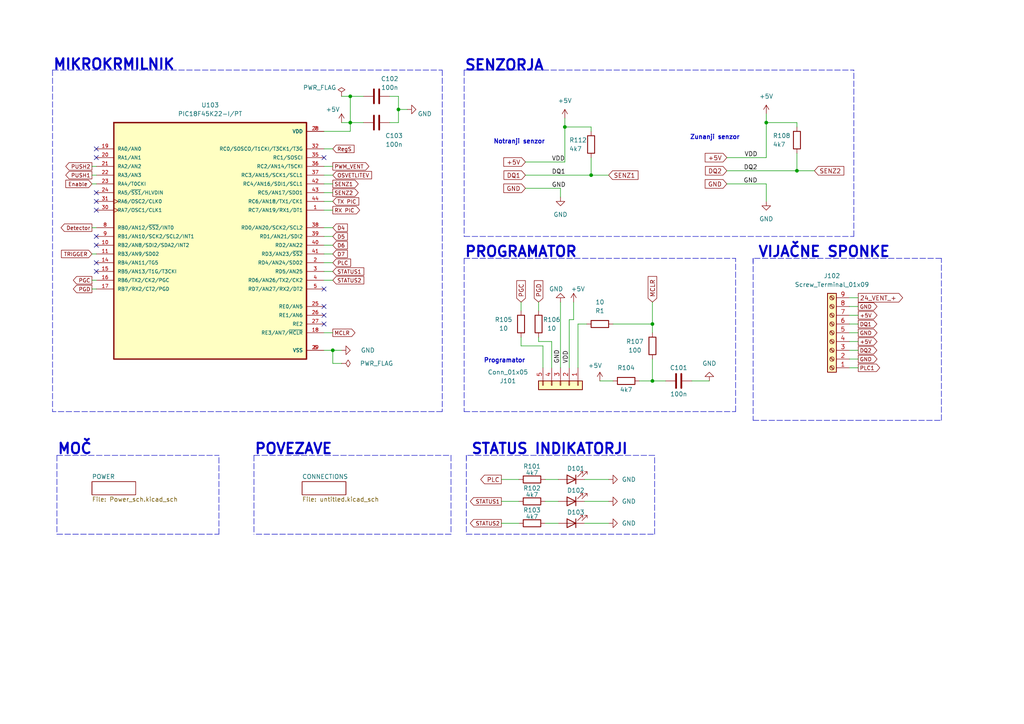
<source format=kicad_sch>
(kicad_sch (version 20211123) (generator eeschema)

  (uuid 52be41c2-962a-45f3-becb-2ed40e8e98c7)

  (paper "A4")

  (title_block
    (title "ReyCap Ventilacija")
    (date "22.12.2022")
    (rev "Ver 1")
    (company "Hidria")
  )

  (lib_symbols
    (symbol "Connector:Screw_Terminal_01x09" (pin_names (offset 1.016) hide) (in_bom yes) (on_board yes)
      (property "Reference" "J" (id 0) (at 0 12.7 0)
        (effects (font (size 1.27 1.27)))
      )
      (property "Value" "Screw_Terminal_01x09" (id 1) (at 0 -12.7 0)
        (effects (font (size 1.27 1.27)))
      )
      (property "Footprint" "" (id 2) (at 0 0 0)
        (effects (font (size 1.27 1.27)) hide)
      )
      (property "Datasheet" "~" (id 3) (at 0 0 0)
        (effects (font (size 1.27 1.27)) hide)
      )
      (property "ki_keywords" "screw terminal" (id 4) (at 0 0 0)
        (effects (font (size 1.27 1.27)) hide)
      )
      (property "ki_description" "Generic screw terminal, single row, 01x09, script generated (kicad-library-utils/schlib/autogen/connector/)" (id 5) (at 0 0 0)
        (effects (font (size 1.27 1.27)) hide)
      )
      (property "ki_fp_filters" "TerminalBlock*:*" (id 6) (at 0 0 0)
        (effects (font (size 1.27 1.27)) hide)
      )
      (symbol "Screw_Terminal_01x09_1_1"
        (rectangle (start -1.27 11.43) (end 1.27 -11.43)
          (stroke (width 0.254) (type default) (color 0 0 0 0))
          (fill (type background))
        )
        (circle (center 0 -10.16) (radius 0.635)
          (stroke (width 0.1524) (type default) (color 0 0 0 0))
          (fill (type none))
        )
        (circle (center 0 -7.62) (radius 0.635)
          (stroke (width 0.1524) (type default) (color 0 0 0 0))
          (fill (type none))
        )
        (circle (center 0 -5.08) (radius 0.635)
          (stroke (width 0.1524) (type default) (color 0 0 0 0))
          (fill (type none))
        )
        (circle (center 0 -2.54) (radius 0.635)
          (stroke (width 0.1524) (type default) (color 0 0 0 0))
          (fill (type none))
        )
        (polyline
          (pts
            (xy -0.5334 -9.8298)
            (xy 0.3302 -10.668)
          )
          (stroke (width 0.1524) (type default) (color 0 0 0 0))
          (fill (type none))
        )
        (polyline
          (pts
            (xy -0.5334 -7.2898)
            (xy 0.3302 -8.128)
          )
          (stroke (width 0.1524) (type default) (color 0 0 0 0))
          (fill (type none))
        )
        (polyline
          (pts
            (xy -0.5334 -4.7498)
            (xy 0.3302 -5.588)
          )
          (stroke (width 0.1524) (type default) (color 0 0 0 0))
          (fill (type none))
        )
        (polyline
          (pts
            (xy -0.5334 -2.2098)
            (xy 0.3302 -3.048)
          )
          (stroke (width 0.1524) (type default) (color 0 0 0 0))
          (fill (type none))
        )
        (polyline
          (pts
            (xy -0.5334 0.3302)
            (xy 0.3302 -0.508)
          )
          (stroke (width 0.1524) (type default) (color 0 0 0 0))
          (fill (type none))
        )
        (polyline
          (pts
            (xy -0.5334 2.8702)
            (xy 0.3302 2.032)
          )
          (stroke (width 0.1524) (type default) (color 0 0 0 0))
          (fill (type none))
        )
        (polyline
          (pts
            (xy -0.5334 5.4102)
            (xy 0.3302 4.572)
          )
          (stroke (width 0.1524) (type default) (color 0 0 0 0))
          (fill (type none))
        )
        (polyline
          (pts
            (xy -0.5334 7.9502)
            (xy 0.3302 7.112)
          )
          (stroke (width 0.1524) (type default) (color 0 0 0 0))
          (fill (type none))
        )
        (polyline
          (pts
            (xy -0.5334 10.4902)
            (xy 0.3302 9.652)
          )
          (stroke (width 0.1524) (type default) (color 0 0 0 0))
          (fill (type none))
        )
        (polyline
          (pts
            (xy -0.3556 -9.652)
            (xy 0.508 -10.4902)
          )
          (stroke (width 0.1524) (type default) (color 0 0 0 0))
          (fill (type none))
        )
        (polyline
          (pts
            (xy -0.3556 -7.112)
            (xy 0.508 -7.9502)
          )
          (stroke (width 0.1524) (type default) (color 0 0 0 0))
          (fill (type none))
        )
        (polyline
          (pts
            (xy -0.3556 -4.572)
            (xy 0.508 -5.4102)
          )
          (stroke (width 0.1524) (type default) (color 0 0 0 0))
          (fill (type none))
        )
        (polyline
          (pts
            (xy -0.3556 -2.032)
            (xy 0.508 -2.8702)
          )
          (stroke (width 0.1524) (type default) (color 0 0 0 0))
          (fill (type none))
        )
        (polyline
          (pts
            (xy -0.3556 0.508)
            (xy 0.508 -0.3302)
          )
          (stroke (width 0.1524) (type default) (color 0 0 0 0))
          (fill (type none))
        )
        (polyline
          (pts
            (xy -0.3556 3.048)
            (xy 0.508 2.2098)
          )
          (stroke (width 0.1524) (type default) (color 0 0 0 0))
          (fill (type none))
        )
        (polyline
          (pts
            (xy -0.3556 5.588)
            (xy 0.508 4.7498)
          )
          (stroke (width 0.1524) (type default) (color 0 0 0 0))
          (fill (type none))
        )
        (polyline
          (pts
            (xy -0.3556 8.128)
            (xy 0.508 7.2898)
          )
          (stroke (width 0.1524) (type default) (color 0 0 0 0))
          (fill (type none))
        )
        (polyline
          (pts
            (xy -0.3556 10.668)
            (xy 0.508 9.8298)
          )
          (stroke (width 0.1524) (type default) (color 0 0 0 0))
          (fill (type none))
        )
        (circle (center 0 0) (radius 0.635)
          (stroke (width 0.1524) (type default) (color 0 0 0 0))
          (fill (type none))
        )
        (circle (center 0 2.54) (radius 0.635)
          (stroke (width 0.1524) (type default) (color 0 0 0 0))
          (fill (type none))
        )
        (circle (center 0 5.08) (radius 0.635)
          (stroke (width 0.1524) (type default) (color 0 0 0 0))
          (fill (type none))
        )
        (circle (center 0 7.62) (radius 0.635)
          (stroke (width 0.1524) (type default) (color 0 0 0 0))
          (fill (type none))
        )
        (circle (center 0 10.16) (radius 0.635)
          (stroke (width 0.1524) (type default) (color 0 0 0 0))
          (fill (type none))
        )
        (pin passive line (at -5.08 10.16 0) (length 3.81)
          (name "Pin_1" (effects (font (size 1.27 1.27))))
          (number "1" (effects (font (size 1.27 1.27))))
        )
        (pin passive line (at -5.08 7.62 0) (length 3.81)
          (name "Pin_2" (effects (font (size 1.27 1.27))))
          (number "2" (effects (font (size 1.27 1.27))))
        )
        (pin passive line (at -5.08 5.08 0) (length 3.81)
          (name "Pin_3" (effects (font (size 1.27 1.27))))
          (number "3" (effects (font (size 1.27 1.27))))
        )
        (pin passive line (at -5.08 2.54 0) (length 3.81)
          (name "Pin_4" (effects (font (size 1.27 1.27))))
          (number "4" (effects (font (size 1.27 1.27))))
        )
        (pin passive line (at -5.08 0 0) (length 3.81)
          (name "Pin_5" (effects (font (size 1.27 1.27))))
          (number "5" (effects (font (size 1.27 1.27))))
        )
        (pin passive line (at -5.08 -2.54 0) (length 3.81)
          (name "Pin_6" (effects (font (size 1.27 1.27))))
          (number "6" (effects (font (size 1.27 1.27))))
        )
        (pin passive line (at -5.08 -5.08 0) (length 3.81)
          (name "Pin_7" (effects (font (size 1.27 1.27))))
          (number "7" (effects (font (size 1.27 1.27))))
        )
        (pin passive line (at -5.08 -7.62 0) (length 3.81)
          (name "Pin_8" (effects (font (size 1.27 1.27))))
          (number "8" (effects (font (size 1.27 1.27))))
        )
        (pin passive line (at -5.08 -10.16 0) (length 3.81)
          (name "Pin_9" (effects (font (size 1.27 1.27))))
          (number "9" (effects (font (size 1.27 1.27))))
        )
      )
    )
    (symbol "Connector_Generic:Conn_01x05" (pin_names (offset 1.016) hide) (in_bom yes) (on_board yes)
      (property "Reference" "J" (id 0) (at 0 7.62 0)
        (effects (font (size 1.27 1.27)))
      )
      (property "Value" "Conn_01x05" (id 1) (at 0 -7.62 0)
        (effects (font (size 1.27 1.27)))
      )
      (property "Footprint" "" (id 2) (at 0 0 0)
        (effects (font (size 1.27 1.27)) hide)
      )
      (property "Datasheet" "~" (id 3) (at 0 0 0)
        (effects (font (size 1.27 1.27)) hide)
      )
      (property "ki_keywords" "connector" (id 4) (at 0 0 0)
        (effects (font (size 1.27 1.27)) hide)
      )
      (property "ki_description" "Generic connector, single row, 01x05, script generated (kicad-library-utils/schlib/autogen/connector/)" (id 5) (at 0 0 0)
        (effects (font (size 1.27 1.27)) hide)
      )
      (property "ki_fp_filters" "Connector*:*_1x??_*" (id 6) (at 0 0 0)
        (effects (font (size 1.27 1.27)) hide)
      )
      (symbol "Conn_01x05_1_1"
        (rectangle (start -1.27 -4.953) (end 0 -5.207)
          (stroke (width 0.1524) (type default) (color 0 0 0 0))
          (fill (type none))
        )
        (rectangle (start -1.27 -2.413) (end 0 -2.667)
          (stroke (width 0.1524) (type default) (color 0 0 0 0))
          (fill (type none))
        )
        (rectangle (start -1.27 0.127) (end 0 -0.127)
          (stroke (width 0.1524) (type default) (color 0 0 0 0))
          (fill (type none))
        )
        (rectangle (start -1.27 2.667) (end 0 2.413)
          (stroke (width 0.1524) (type default) (color 0 0 0 0))
          (fill (type none))
        )
        (rectangle (start -1.27 5.207) (end 0 4.953)
          (stroke (width 0.1524) (type default) (color 0 0 0 0))
          (fill (type none))
        )
        (rectangle (start -1.27 6.35) (end 1.27 -6.35)
          (stroke (width 0.254) (type default) (color 0 0 0 0))
          (fill (type background))
        )
        (pin passive line (at -5.08 5.08 0) (length 3.81)
          (name "Pin_1" (effects (font (size 1.27 1.27))))
          (number "1" (effects (font (size 1.27 1.27))))
        )
        (pin passive line (at -5.08 2.54 0) (length 3.81)
          (name "Pin_2" (effects (font (size 1.27 1.27))))
          (number "2" (effects (font (size 1.27 1.27))))
        )
        (pin passive line (at -5.08 0 0) (length 3.81)
          (name "Pin_3" (effects (font (size 1.27 1.27))))
          (number "3" (effects (font (size 1.27 1.27))))
        )
        (pin passive line (at -5.08 -2.54 0) (length 3.81)
          (name "Pin_4" (effects (font (size 1.27 1.27))))
          (number "4" (effects (font (size 1.27 1.27))))
        )
        (pin passive line (at -5.08 -5.08 0) (length 3.81)
          (name "Pin_5" (effects (font (size 1.27 1.27))))
          (number "5" (effects (font (size 1.27 1.27))))
        )
      )
    )
    (symbol "Device:C" (pin_numbers hide) (pin_names (offset 0.254)) (in_bom yes) (on_board yes)
      (property "Reference" "C" (id 0) (at 0.635 2.54 0)
        (effects (font (size 1.27 1.27)) (justify left))
      )
      (property "Value" "C" (id 1) (at 0.635 -2.54 0)
        (effects (font (size 1.27 1.27)) (justify left))
      )
      (property "Footprint" "" (id 2) (at 0.9652 -3.81 0)
        (effects (font (size 1.27 1.27)) hide)
      )
      (property "Datasheet" "~" (id 3) (at 0 0 0)
        (effects (font (size 1.27 1.27)) hide)
      )
      (property "ki_keywords" "cap capacitor" (id 4) (at 0 0 0)
        (effects (font (size 1.27 1.27)) hide)
      )
      (property "ki_description" "Unpolarized capacitor" (id 5) (at 0 0 0)
        (effects (font (size 1.27 1.27)) hide)
      )
      (property "ki_fp_filters" "C_*" (id 6) (at 0 0 0)
        (effects (font (size 1.27 1.27)) hide)
      )
      (symbol "C_0_1"
        (polyline
          (pts
            (xy -2.032 -0.762)
            (xy 2.032 -0.762)
          )
          (stroke (width 0.508) (type default) (color 0 0 0 0))
          (fill (type none))
        )
        (polyline
          (pts
            (xy -2.032 0.762)
            (xy 2.032 0.762)
          )
          (stroke (width 0.508) (type default) (color 0 0 0 0))
          (fill (type none))
        )
      )
      (symbol "C_1_1"
        (pin passive line (at 0 3.81 270) (length 2.794)
          (name "~" (effects (font (size 1.27 1.27))))
          (number "1" (effects (font (size 1.27 1.27))))
        )
        (pin passive line (at 0 -3.81 90) (length 2.794)
          (name "~" (effects (font (size 1.27 1.27))))
          (number "2" (effects (font (size 1.27 1.27))))
        )
      )
    )
    (symbol "Device:LED" (pin_numbers hide) (pin_names (offset 1.016) hide) (in_bom yes) (on_board yes)
      (property "Reference" "D" (id 0) (at 0 2.54 0)
        (effects (font (size 1.27 1.27)))
      )
      (property "Value" "LED" (id 1) (at 0 -2.54 0)
        (effects (font (size 1.27 1.27)))
      )
      (property "Footprint" "" (id 2) (at 0 0 0)
        (effects (font (size 1.27 1.27)) hide)
      )
      (property "Datasheet" "~" (id 3) (at 0 0 0)
        (effects (font (size 1.27 1.27)) hide)
      )
      (property "ki_keywords" "LED diode" (id 4) (at 0 0 0)
        (effects (font (size 1.27 1.27)) hide)
      )
      (property "ki_description" "Light emitting diode" (id 5) (at 0 0 0)
        (effects (font (size 1.27 1.27)) hide)
      )
      (property "ki_fp_filters" "LED* LED_SMD:* LED_THT:*" (id 6) (at 0 0 0)
        (effects (font (size 1.27 1.27)) hide)
      )
      (symbol "LED_0_1"
        (polyline
          (pts
            (xy -1.27 -1.27)
            (xy -1.27 1.27)
          )
          (stroke (width 0.254) (type default) (color 0 0 0 0))
          (fill (type none))
        )
        (polyline
          (pts
            (xy -1.27 0)
            (xy 1.27 0)
          )
          (stroke (width 0) (type default) (color 0 0 0 0))
          (fill (type none))
        )
        (polyline
          (pts
            (xy 1.27 -1.27)
            (xy 1.27 1.27)
            (xy -1.27 0)
            (xy 1.27 -1.27)
          )
          (stroke (width 0.254) (type default) (color 0 0 0 0))
          (fill (type none))
        )
        (polyline
          (pts
            (xy -3.048 -0.762)
            (xy -4.572 -2.286)
            (xy -3.81 -2.286)
            (xy -4.572 -2.286)
            (xy -4.572 -1.524)
          )
          (stroke (width 0) (type default) (color 0 0 0 0))
          (fill (type none))
        )
        (polyline
          (pts
            (xy -1.778 -0.762)
            (xy -3.302 -2.286)
            (xy -2.54 -2.286)
            (xy -3.302 -2.286)
            (xy -3.302 -1.524)
          )
          (stroke (width 0) (type default) (color 0 0 0 0))
          (fill (type none))
        )
      )
      (symbol "LED_1_1"
        (pin passive line (at -3.81 0 0) (length 2.54)
          (name "K" (effects (font (size 1.27 1.27))))
          (number "1" (effects (font (size 1.27 1.27))))
        )
        (pin passive line (at 3.81 0 180) (length 2.54)
          (name "A" (effects (font (size 1.27 1.27))))
          (number "2" (effects (font (size 1.27 1.27))))
        )
      )
    )
    (symbol "Device:R" (pin_numbers hide) (pin_names (offset 0)) (in_bom yes) (on_board yes)
      (property "Reference" "R" (id 0) (at 2.032 0 90)
        (effects (font (size 1.27 1.27)))
      )
      (property "Value" "R" (id 1) (at 0 0 90)
        (effects (font (size 1.27 1.27)))
      )
      (property "Footprint" "" (id 2) (at -1.778 0 90)
        (effects (font (size 1.27 1.27)) hide)
      )
      (property "Datasheet" "~" (id 3) (at 0 0 0)
        (effects (font (size 1.27 1.27)) hide)
      )
      (property "ki_keywords" "R res resistor" (id 4) (at 0 0 0)
        (effects (font (size 1.27 1.27)) hide)
      )
      (property "ki_description" "Resistor" (id 5) (at 0 0 0)
        (effects (font (size 1.27 1.27)) hide)
      )
      (property "ki_fp_filters" "R_*" (id 6) (at 0 0 0)
        (effects (font (size 1.27 1.27)) hide)
      )
      (symbol "R_0_1"
        (rectangle (start -1.016 -2.54) (end 1.016 2.54)
          (stroke (width 0.254) (type default) (color 0 0 0 0))
          (fill (type none))
        )
      )
      (symbol "R_1_1"
        (pin passive line (at 0 3.81 270) (length 1.27)
          (name "~" (effects (font (size 1.27 1.27))))
          (number "1" (effects (font (size 1.27 1.27))))
        )
        (pin passive line (at 0 -3.81 90) (length 1.27)
          (name "~" (effects (font (size 1.27 1.27))))
          (number "2" (effects (font (size 1.27 1.27))))
        )
      )
    )
    (symbol "PIC18F45K22-I_PT:PIC18F45K22-I{slash}PT" (pin_names (offset 1.016)) (in_bom yes) (on_board yes)
      (property "Reference" "U" (id 0) (at -27.9654 36.6014 0)
        (effects (font (size 1.27 1.27)) (justify left bottom))
      )
      (property "Value" "PIC18F45K22-I{slash}PT" (id 1) (at -27.9908 -37.1094 0)
        (effects (font (size 1.27 1.27)) (justify left bottom))
      )
      (property "Footprint" "QFP80P1200X1200X120-44N" (id 2) (at 0 0 0)
        (effects (font (size 1.27 1.27)) (justify left bottom) hide)
      )
      (property "Datasheet" "" (id 3) (at 0 0 0)
        (effects (font (size 1.27 1.27)) (justify left bottom) hide)
      )
      (property "SNAPEDA_PACKAGE_ID" "5068" (id 4) (at 0 0 0)
        (effects (font (size 1.27 1.27)) (justify left bottom) hide)
      )
      (property "PACKAGE" "TQFP-44 Microchip" (id 5) (at 0 0 0)
        (effects (font (size 1.27 1.27)) (justify left bottom) hide)
      )
      (property "MF" "Microchip" (id 6) (at 0 0 0)
        (effects (font (size 1.27 1.27)) (justify left bottom) hide)
      )
      (property "MP" "PIC18F45K22-I/PT" (id 7) (at 0 0 0)
        (effects (font (size 1.27 1.27)) (justify left bottom) hide)
      )
      (property "PRICE" "2.56 USD" (id 8) (at 0 0 0)
        (effects (font (size 1.27 1.27)) (justify left bottom) hide)
      )
      (property "DESCRIPTION" "PIC18 Series 1536 B RAM 32 kB Flash 8-Bit Microcontroller SMT - TQFP-44" (id 9) (at 0 0 0)
        (effects (font (size 1.27 1.27)) (justify left bottom) hide)
      )
      (property "AVAILABILITY" "Good" (id 10) (at 0 0 0)
        (effects (font (size 1.27 1.27)) (justify left bottom) hide)
      )
      (property "ki_locked" "" (id 11) (at 0 0 0)
        (effects (font (size 1.27 1.27)))
      )
      (symbol "PIC18F45K22-I{slash}PT_0_0"
        (rectangle (start -27.94 -33.02) (end 27.94 35.56)
          (stroke (width 0.4064) (type default) (color 0 0 0 0))
          (fill (type background))
        )
        (pin bidirectional line (at 33.02 10.16 180) (length 5.08)
          (name "RC7/AN19/RX1/DT1" (effects (font (size 1.016 1.016))))
          (number "1" (effects (font (size 1.016 1.016))))
        )
        (pin bidirectional line (at -33.02 0 0) (length 5.08)
          (name "RB2/AN8/SDI2/SDA2/INT2" (effects (font (size 1.016 1.016))))
          (number "10" (effects (font (size 1.016 1.016))))
        )
        (pin bidirectional line (at -33.02 -2.54 0) (length 5.08)
          (name "RB3/AN9/SD02" (effects (font (size 1.016 1.016))))
          (number "11" (effects (font (size 1.016 1.016))))
        )
        (pin bidirectional line (at -33.02 -5.08 0) (length 5.08)
          (name "RB4/AN11/TG5" (effects (font (size 1.016 1.016))))
          (number "14" (effects (font (size 1.016 1.016))))
        )
        (pin bidirectional line (at -33.02 -7.62 0) (length 5.08)
          (name "RB5/AN13/T1G/T3CKI" (effects (font (size 1.016 1.016))))
          (number "15" (effects (font (size 1.016 1.016))))
        )
        (pin bidirectional line (at -33.02 -10.16 0) (length 5.08)
          (name "RB6/TX2/CK2/PGC" (effects (font (size 1.016 1.016))))
          (number "16" (effects (font (size 1.016 1.016))))
        )
        (pin bidirectional line (at -33.02 -12.7 0) (length 5.08)
          (name "RB7/RX2/CT2/PGD" (effects (font (size 1.016 1.016))))
          (number "17" (effects (font (size 1.016 1.016))))
        )
        (pin bidirectional line (at 33.02 -25.4 180) (length 5.08)
          (name "RE3/AN7/~{MCLR}" (effects (font (size 1.016 1.016))))
          (number "18" (effects (font (size 1.016 1.016))))
        )
        (pin bidirectional line (at -33.02 27.94 0) (length 5.08)
          (name "RA0/AN0" (effects (font (size 1.016 1.016))))
          (number "19" (effects (font (size 1.016 1.016))))
        )
        (pin bidirectional line (at 33.02 -5.08 180) (length 5.08)
          (name "RD4/AN24/SD02" (effects (font (size 1.016 1.016))))
          (number "2" (effects (font (size 1.016 1.016))))
        )
        (pin bidirectional line (at -33.02 25.4 0) (length 5.08)
          (name "RA1/AN1" (effects (font (size 1.016 1.016))))
          (number "20" (effects (font (size 1.016 1.016))))
        )
        (pin bidirectional line (at -33.02 22.86 0) (length 5.08)
          (name "RA2/AN2" (effects (font (size 1.016 1.016))))
          (number "21" (effects (font (size 1.016 1.016))))
        )
        (pin bidirectional line (at -33.02 20.32 0) (length 5.08)
          (name "RA3/AN3" (effects (font (size 1.016 1.016))))
          (number "22" (effects (font (size 1.016 1.016))))
        )
        (pin bidirectional line (at -33.02 17.78 0) (length 5.08)
          (name "RA4/T0CKI" (effects (font (size 1.016 1.016))))
          (number "23" (effects (font (size 1.016 1.016))))
        )
        (pin bidirectional line (at -33.02 15.24 0) (length 5.08)
          (name "RA5/~{SS1}/HLVDIN" (effects (font (size 1.016 1.016))))
          (number "24" (effects (font (size 1.016 1.016))))
        )
        (pin bidirectional line (at 33.02 -17.78 180) (length 5.08)
          (name "RE0/AN5" (effects (font (size 1.016 1.016))))
          (number "25" (effects (font (size 1.016 1.016))))
        )
        (pin bidirectional line (at 33.02 -20.32 180) (length 5.08)
          (name "RE1/AN6" (effects (font (size 1.016 1.016))))
          (number "26" (effects (font (size 1.016 1.016))))
        )
        (pin bidirectional line (at 33.02 -22.86 180) (length 5.08)
          (name "RE2" (effects (font (size 1.016 1.016))))
          (number "27" (effects (font (size 1.016 1.016))))
        )
        (pin power_in line (at 33.02 33.02 180) (length 5.08)
          (name "VDD" (effects (font (size 1.016 1.016))))
          (number "28" (effects (font (size 1.016 1.016))))
        )
        (pin power_in line (at 33.02 -30.48 180) (length 5.08)
          (name "VSS" (effects (font (size 1.016 1.016))))
          (number "29" (effects (font (size 1.016 1.016))))
        )
        (pin bidirectional line (at 33.02 -7.62 180) (length 5.08)
          (name "RD5/AN25" (effects (font (size 1.016 1.016))))
          (number "3" (effects (font (size 1.016 1.016))))
        )
        (pin bidirectional clock (at -33.02 10.16 0) (length 5.08)
          (name "RA7/OSC1/CLK1" (effects (font (size 1.016 1.016))))
          (number "30" (effects (font (size 1.016 1.016))))
        )
        (pin bidirectional clock (at -33.02 12.7 0) (length 5.08)
          (name "RA6/OSC2/CLK0" (effects (font (size 1.016 1.016))))
          (number "31" (effects (font (size 1.016 1.016))))
        )
        (pin bidirectional line (at 33.02 27.94 180) (length 5.08)
          (name "RC0/SOSCO/T1CKI/T3CK1/T3G" (effects (font (size 1.016 1.016))))
          (number "32" (effects (font (size 1.016 1.016))))
        )
        (pin bidirectional line (at 33.02 25.4 180) (length 5.08)
          (name "RC1/SOSCI" (effects (font (size 1.016 1.016))))
          (number "35" (effects (font (size 1.016 1.016))))
        )
        (pin bidirectional line (at 33.02 22.86 180) (length 5.08)
          (name "RC2/AN14/T5CKI" (effects (font (size 1.016 1.016))))
          (number "36" (effects (font (size 1.016 1.016))))
        )
        (pin bidirectional line (at 33.02 20.32 180) (length 5.08)
          (name "RC3/AN15/SCK1/SCL1" (effects (font (size 1.016 1.016))))
          (number "37" (effects (font (size 1.016 1.016))))
        )
        (pin bidirectional line (at 33.02 5.08 180) (length 5.08)
          (name "RD0/AN20/SCK2/SCL2" (effects (font (size 1.016 1.016))))
          (number "38" (effects (font (size 1.016 1.016))))
        )
        (pin bidirectional line (at 33.02 2.54 180) (length 5.08)
          (name "RD1/AN21/SDI2" (effects (font (size 1.016 1.016))))
          (number "39" (effects (font (size 1.016 1.016))))
        )
        (pin bidirectional line (at 33.02 -10.16 180) (length 5.08)
          (name "RD6/AN26/TX2/CK2" (effects (font (size 1.016 1.016))))
          (number "4" (effects (font (size 1.016 1.016))))
        )
        (pin bidirectional line (at 33.02 0 180) (length 5.08)
          (name "RD2/AN22" (effects (font (size 1.016 1.016))))
          (number "40" (effects (font (size 1.016 1.016))))
        )
        (pin bidirectional line (at 33.02 -2.54 180) (length 5.08)
          (name "RD3/AN23/~{SS2}" (effects (font (size 1.016 1.016))))
          (number "41" (effects (font (size 1.016 1.016))))
        )
        (pin bidirectional line (at 33.02 17.78 180) (length 5.08)
          (name "RC4/AN16/SDI1/SCL1" (effects (font (size 1.016 1.016))))
          (number "42" (effects (font (size 1.016 1.016))))
        )
        (pin bidirectional line (at 33.02 15.24 180) (length 5.08)
          (name "RC5/AN17/SDO1" (effects (font (size 1.016 1.016))))
          (number "43" (effects (font (size 1.016 1.016))))
        )
        (pin bidirectional line (at 33.02 12.7 180) (length 5.08)
          (name "RC6/AN18/TX1/CK1" (effects (font (size 1.016 1.016))))
          (number "44" (effects (font (size 1.016 1.016))))
        )
        (pin bidirectional line (at 33.02 -12.7 180) (length 5.08)
          (name "RD7/AN27/RX2/DT2" (effects (font (size 1.016 1.016))))
          (number "5" (effects (font (size 1.016 1.016))))
        )
        (pin power_in line (at 33.02 -30.48 180) (length 5.08)
          (name "VSS" (effects (font (size 1.016 1.016))))
          (number "6" (effects (font (size 1.016 1.016))))
        )
        (pin power_in line (at 33.02 33.02 180) (length 5.08)
          (name "VDD" (effects (font (size 1.016 1.016))))
          (number "7" (effects (font (size 1.016 1.016))))
        )
        (pin bidirectional line (at -33.02 5.08 0) (length 5.08)
          (name "RB0/AN12/~{SS2}/INT0" (effects (font (size 1.016 1.016))))
          (number "8" (effects (font (size 1.016 1.016))))
        )
        (pin bidirectional line (at -33.02 2.54 0) (length 5.08)
          (name "RB1/AN10/SCK2/SCL2/INT1" (effects (font (size 1.016 1.016))))
          (number "9" (effects (font (size 1.016 1.016))))
        )
      )
    )
    (symbol "power:+5V" (power) (pin_names (offset 0)) (in_bom yes) (on_board yes)
      (property "Reference" "#PWR" (id 0) (at 0 -3.81 0)
        (effects (font (size 1.27 1.27)) hide)
      )
      (property "Value" "+5V" (id 1) (at 0 3.556 0)
        (effects (font (size 1.27 1.27)))
      )
      (property "Footprint" "" (id 2) (at 0 0 0)
        (effects (font (size 1.27 1.27)) hide)
      )
      (property "Datasheet" "" (id 3) (at 0 0 0)
        (effects (font (size 1.27 1.27)) hide)
      )
      (property "ki_keywords" "power-flag" (id 4) (at 0 0 0)
        (effects (font (size 1.27 1.27)) hide)
      )
      (property "ki_description" "Power symbol creates a global label with name \"+5V\"" (id 5) (at 0 0 0)
        (effects (font (size 1.27 1.27)) hide)
      )
      (symbol "+5V_0_1"
        (polyline
          (pts
            (xy -0.762 1.27)
            (xy 0 2.54)
          )
          (stroke (width 0) (type default) (color 0 0 0 0))
          (fill (type none))
        )
        (polyline
          (pts
            (xy 0 0)
            (xy 0 2.54)
          )
          (stroke (width 0) (type default) (color 0 0 0 0))
          (fill (type none))
        )
        (polyline
          (pts
            (xy 0 2.54)
            (xy 0.762 1.27)
          )
          (stroke (width 0) (type default) (color 0 0 0 0))
          (fill (type none))
        )
      )
      (symbol "+5V_1_1"
        (pin power_in line (at 0 0 90) (length 0) hide
          (name "+5V" (effects (font (size 1.27 1.27))))
          (number "1" (effects (font (size 1.27 1.27))))
        )
      )
    )
    (symbol "power:GND" (power) (pin_names (offset 0)) (in_bom yes) (on_board yes)
      (property "Reference" "#PWR" (id 0) (at 0 -6.35 0)
        (effects (font (size 1.27 1.27)) hide)
      )
      (property "Value" "GND" (id 1) (at 0 -3.81 0)
        (effects (font (size 1.27 1.27)))
      )
      (property "Footprint" "" (id 2) (at 0 0 0)
        (effects (font (size 1.27 1.27)) hide)
      )
      (property "Datasheet" "" (id 3) (at 0 0 0)
        (effects (font (size 1.27 1.27)) hide)
      )
      (property "ki_keywords" "power-flag" (id 4) (at 0 0 0)
        (effects (font (size 1.27 1.27)) hide)
      )
      (property "ki_description" "Power symbol creates a global label with name \"GND\" , ground" (id 5) (at 0 0 0)
        (effects (font (size 1.27 1.27)) hide)
      )
      (symbol "GND_0_1"
        (polyline
          (pts
            (xy 0 0)
            (xy 0 -1.27)
            (xy 1.27 -1.27)
            (xy 0 -2.54)
            (xy -1.27 -1.27)
            (xy 0 -1.27)
          )
          (stroke (width 0) (type default) (color 0 0 0 0))
          (fill (type none))
        )
      )
      (symbol "GND_1_1"
        (pin power_in line (at 0 0 270) (length 0) hide
          (name "GND" (effects (font (size 1.27 1.27))))
          (number "1" (effects (font (size 1.27 1.27))))
        )
      )
    )
    (symbol "power:PWR_FLAG" (power) (pin_numbers hide) (pin_names (offset 0) hide) (in_bom yes) (on_board yes)
      (property "Reference" "#FLG" (id 0) (at 0 1.905 0)
        (effects (font (size 1.27 1.27)) hide)
      )
      (property "Value" "PWR_FLAG" (id 1) (at 0 3.81 0)
        (effects (font (size 1.27 1.27)))
      )
      (property "Footprint" "" (id 2) (at 0 0 0)
        (effects (font (size 1.27 1.27)) hide)
      )
      (property "Datasheet" "~" (id 3) (at 0 0 0)
        (effects (font (size 1.27 1.27)) hide)
      )
      (property "ki_keywords" "power-flag" (id 4) (at 0 0 0)
        (effects (font (size 1.27 1.27)) hide)
      )
      (property "ki_description" "Special symbol for telling ERC where power comes from" (id 5) (at 0 0 0)
        (effects (font (size 1.27 1.27)) hide)
      )
      (symbol "PWR_FLAG_0_0"
        (pin power_out line (at 0 0 90) (length 0)
          (name "pwr" (effects (font (size 1.27 1.27))))
          (number "1" (effects (font (size 1.27 1.27))))
        )
      )
      (symbol "PWR_FLAG_0_1"
        (polyline
          (pts
            (xy 0 0)
            (xy 0 1.27)
            (xy -1.016 1.905)
            (xy 0 2.54)
            (xy 1.016 1.905)
            (xy 0 1.27)
          )
          (stroke (width 0) (type default) (color 0 0 0 0))
          (fill (type none))
        )
      )
    )
  )

  (junction (at 101.6 27.94) (diameter 0) (color 0 0 0 0)
    (uuid 030de163-dd55-41f2-9dfb-db2465a158f4)
  )
  (junction (at 222.25 35.56) (diameter 0) (color 0 0 0 0)
    (uuid 0a399bd2-9980-4491-adcd-3f312c6076fd)
  )
  (junction (at 171.45 50.8) (diameter 0) (color 0 0 0 0)
    (uuid 2375440b-4682-4626-b356-ba0ae990d8d9)
  )
  (junction (at 96.52 101.6) (diameter 0) (color 0 0 0 0)
    (uuid 3281db95-f9b3-4ba8-ad61-a34b8b4a5e2c)
  )
  (junction (at 101.6 35.56) (diameter 0) (color 0 0 0 0)
    (uuid 3c224c5a-ed16-411e-a944-2bea7af7b6a2)
  )
  (junction (at 189.23 110.49) (diameter 0) (color 0 0 0 0)
    (uuid 4e26acec-7c03-4cfd-9d06-233c0e0d3dfb)
  )
  (junction (at 163.83 36.83) (diameter 0) (color 0 0 0 0)
    (uuid 55effab1-8bde-48a1-add1-63630359f00b)
  )
  (junction (at 189.23 93.98) (diameter 0) (color 0 0 0 0)
    (uuid 9641612b-0f66-4342-9771-30121545c53e)
  )
  (junction (at 115.57 31.75) (diameter 0) (color 0 0 0 0)
    (uuid c65c9b48-1a01-45e5-9c4e-690f092d48b8)
  )
  (junction (at 231.14 49.53) (diameter 0) (color 0 0 0 0)
    (uuid dc5fefd7-1967-4693-a393-a5029a1629af)
  )

  (no_connect (at 27.94 55.88) (uuid 023425b2-b3c1-4b85-a7d7-a314e7ab944b))
  (no_connect (at 93.98 93.98) (uuid 46f1f73d-1bc6-4f5d-a95c-9ec971a73bed))
  (no_connect (at 93.98 91.44) (uuid 5b8cfcbb-2417-412d-ad56-8ed239dea8f0))
  (no_connect (at 27.94 45.72) (uuid 5d65fe16-d236-4997-8b33-ec4a4c8f1009))
  (no_connect (at 27.94 68.58) (uuid 6ea4f4ab-cd99-4908-bf07-5b3ccae11fbd))
  (no_connect (at 93.98 45.72) (uuid 7291d94c-5e4d-4496-a109-0c6819d7a9da))
  (no_connect (at 93.98 88.9) (uuid 72c6be90-9155-4b49-b90a-a86178baf509))
  (no_connect (at 27.94 71.12) (uuid 8b44b009-43ad-4fc8-bb1d-28f58f417ffd))
  (no_connect (at 27.94 43.18) (uuid 8eb5d6cd-3a6e-4dd8-b247-7ff0b2b06064))
  (no_connect (at 27.94 58.42) (uuid 968068c9-9b52-43e9-acfd-df5794966566))
  (no_connect (at 93.98 83.82) (uuid 9a126885-e54a-48ce-a5b8-ba2b1472ff45))
  (no_connect (at 27.94 78.74) (uuid a34bc459-9fde-4dce-9dd6-fd79ffd1b631))
  (no_connect (at 27.94 76.2) (uuid c5020166-3923-4a4a-81e0-fa567d38dba3))
  (no_connect (at 27.94 60.96) (uuid d74fb928-3fec-405b-ba01-ae2abfd8a6b7))

  (polyline (pts (xy 128.27 20.32) (xy 128.27 119.38))
    (stroke (width 0) (type default) (color 0 0 0 0))
    (uuid 00293115-da05-45dc-a761-b249897f61e4)
  )
  (polyline (pts (xy 63.5 154.94) (xy 63.5 132.08))
    (stroke (width 0) (type default) (color 0 0 0 0))
    (uuid 01e75f53-cbe4-453b-932d-8e8c2d61212d)
  )

  (wire (pts (xy 165.1 106.68) (xy 165.1 92.71))
    (stroke (width 0) (type default) (color 0 0 0 0))
    (uuid 083918e5-40f0-47ce-b37f-9e76fe9018fa)
  )
  (wire (pts (xy 210.82 45.72) (xy 222.25 45.72))
    (stroke (width 0) (type default) (color 0 0 0 0))
    (uuid 08db1cc4-bcbf-43e9-8e86-5148faf0b9a9)
  )
  (wire (pts (xy 101.6 35.56) (xy 105.41 35.56))
    (stroke (width 0) (type default) (color 0 0 0 0))
    (uuid 0936d0f8-6767-4f66-8714-84bc4a96b1e0)
  )
  (wire (pts (xy 93.98 60.96) (xy 96.52 60.96))
    (stroke (width 0) (type default) (color 0 0 0 0))
    (uuid 099c689a-8055-4d31-bda1-1f4159305966)
  )
  (wire (pts (xy 173.99 110.49) (xy 177.8 110.49))
    (stroke (width 0) (type default) (color 0 0 0 0))
    (uuid 0b66d1a4-ed6b-46ec-bab0-eba4033d7488)
  )
  (polyline (pts (xy 189.865 132.08) (xy 135.255 132.08))
    (stroke (width 0) (type default) (color 0 0 0 0))
    (uuid 0c08d819-83db-4ee5-8317-a7aacc8d404c)
  )

  (wire (pts (xy 163.83 36.83) (xy 171.45 36.83))
    (stroke (width 0) (type default) (color 0 0 0 0))
    (uuid 0d3ba3a0-08ec-4825-a788-47766c653dc4)
  )
  (wire (pts (xy 167.64 93.98) (xy 170.18 93.98))
    (stroke (width 0) (type default) (color 0 0 0 0))
    (uuid 0f1ea2bb-7b80-40b2-800d-4af610357550)
  )
  (wire (pts (xy 231.14 44.45) (xy 231.14 49.53))
    (stroke (width 0) (type default) (color 0 0 0 0))
    (uuid 1013fe47-8d4e-4660-a4a9-554c8c2e2a12)
  )
  (wire (pts (xy 189.23 110.49) (xy 193.04 110.49))
    (stroke (width 0) (type default) (color 0 0 0 0))
    (uuid 11196691-9214-46a6-87d7-c684ced59230)
  )
  (polyline (pts (xy 134.62 74.93) (xy 134.62 119.38))
    (stroke (width 0) (type default) (color 0 0 0 0))
    (uuid 11882d66-e72e-4651-a0b1-979bcd862012)
  )
  (polyline (pts (xy 218.44 74.93) (xy 218.44 76.2))
    (stroke (width 0) (type default) (color 0 0 0 0))
    (uuid 12dc8827-2905-4ecf-8f2b-d24dbce1a70d)
  )
  (polyline (pts (xy 16.51 154.94) (xy 63.5 154.94))
    (stroke (width 0) (type default) (color 0 0 0 0))
    (uuid 13193fdf-6c3e-49e0-8f71-a381626dbb45)
  )

  (wire (pts (xy 93.98 38.1) (xy 101.6 38.1))
    (stroke (width 0) (type default) (color 0 0 0 0))
    (uuid 132d30e4-832c-4aac-83cc-d843994ace7a)
  )
  (wire (pts (xy 93.98 76.2) (xy 96.52 76.2))
    (stroke (width 0) (type default) (color 0 0 0 0))
    (uuid 140193d5-7f73-4e8c-a4d3-82527c94d378)
  )
  (wire (pts (xy 93.98 101.6) (xy 96.52 101.6))
    (stroke (width 0) (type default) (color 0 0 0 0))
    (uuid 17817429-b8d6-4d5c-afaf-4c2b740c4f51)
  )
  (wire (pts (xy 115.57 31.75) (xy 115.57 27.94))
    (stroke (width 0) (type default) (color 0 0 0 0))
    (uuid 17fe2247-959c-4a48-8a71-ca45607cb8b4)
  )
  (wire (pts (xy 189.23 87.63) (xy 189.23 93.98))
    (stroke (width 0) (type default) (color 0 0 0 0))
    (uuid 1916fc5d-5bc6-4e45-8f96-668f32b9736e)
  )
  (polyline (pts (xy 73.66 132.08) (xy 73.66 154.94))
    (stroke (width 0) (type default) (color 0 0 0 0))
    (uuid 1b1210a4-de21-46fd-9665-a34e006d7a3c)
  )

  (wire (pts (xy 231.14 49.53) (xy 236.22 49.53))
    (stroke (width 0) (type default) (color 0 0 0 0))
    (uuid 20b16f33-2086-4506-b4ef-37f807032477)
  )
  (wire (pts (xy 26.67 53.34) (xy 27.94 53.34))
    (stroke (width 0) (type default) (color 0 0 0 0))
    (uuid 226c7860-6eb7-46b3-a1cc-53624c154a90)
  )
  (wire (pts (xy 156.21 87.63) (xy 156.21 90.17))
    (stroke (width 0) (type default) (color 0 0 0 0))
    (uuid 24df3a9f-628a-48bd-8fd5-f4885ad0c952)
  )
  (wire (pts (xy 156.21 99.06) (xy 160.02 99.06))
    (stroke (width 0) (type default) (color 0 0 0 0))
    (uuid 251bb286-a1e2-42dc-bd22-d3312f992803)
  )
  (wire (pts (xy 96.52 101.6) (xy 99.06 101.6))
    (stroke (width 0) (type default) (color 0 0 0 0))
    (uuid 2d26193a-ae55-4926-be02-7b9f129f2ba4)
  )
  (wire (pts (xy 151.13 100.33) (xy 157.48 100.33))
    (stroke (width 0) (type default) (color 0 0 0 0))
    (uuid 2fed6754-1c88-475b-8cc1-fea881397982)
  )
  (wire (pts (xy 246.38 91.44) (xy 248.92 91.44))
    (stroke (width 0) (type default) (color 0 0 0 0))
    (uuid 30855ffd-1512-472b-8c68-cdb105dc864f)
  )
  (wire (pts (xy 145.415 139.065) (xy 150.495 139.065))
    (stroke (width 0) (type default) (color 0 0 0 0))
    (uuid 3163d0af-d56a-40e5-9483-0a99b32660db)
  )
  (polyline (pts (xy 128.27 119.38) (xy 15.24 119.38))
    (stroke (width 0) (type default) (color 0 0 0 0))
    (uuid 3320122a-d5cd-42e0-ad5f-55efa3029cfe)
  )

  (wire (pts (xy 210.82 53.34) (xy 222.25 53.34))
    (stroke (width 0) (type default) (color 0 0 0 0))
    (uuid 33f90929-1279-41f5-b73b-bdfd137fd0ac)
  )
  (wire (pts (xy 246.38 96.52) (xy 248.92 96.52))
    (stroke (width 0) (type default) (color 0 0 0 0))
    (uuid 35ccf296-ab98-46e3-9441-dbabc268541e)
  )
  (wire (pts (xy 152.4 46.99) (xy 163.83 46.99))
    (stroke (width 0) (type default) (color 0 0 0 0))
    (uuid 37ae2eb7-5f49-4ccb-8e25-16286f8eb3a5)
  )
  (wire (pts (xy 171.45 45.72) (xy 171.45 50.8))
    (stroke (width 0) (type default) (color 0 0 0 0))
    (uuid 3c814ddf-6115-43e3-b0a3-44d6d010419e)
  )
  (wire (pts (xy 152.4 54.61) (xy 162.56 54.61))
    (stroke (width 0) (type default) (color 0 0 0 0))
    (uuid 3ce4ae33-5009-48ee-ab2a-4b5a8f323387)
  )
  (wire (pts (xy 151.13 87.63) (xy 151.13 90.17))
    (stroke (width 0) (type default) (color 0 0 0 0))
    (uuid 3d30085a-cf84-4041-87a4-7f80505fa1ea)
  )
  (wire (pts (xy 200.66 110.49) (xy 205.74 110.49))
    (stroke (width 0) (type default) (color 0 0 0 0))
    (uuid 41554b98-81f1-4209-8d32-5a07ddce8e77)
  )
  (wire (pts (xy 101.6 27.94) (xy 101.6 35.56))
    (stroke (width 0) (type default) (color 0 0 0 0))
    (uuid 43083866-036d-45ed-8017-fa88d14777c1)
  )
  (wire (pts (xy 26.67 83.82) (xy 27.94 83.82))
    (stroke (width 0) (type default) (color 0 0 0 0))
    (uuid 4512af81-5063-406c-aaaa-840914a1c5f1)
  )
  (wire (pts (xy 222.25 53.34) (xy 222.25 58.42))
    (stroke (width 0) (type default) (color 0 0 0 0))
    (uuid 45f81baf-cd0f-4e88-bdd6-50dda925bcd1)
  )
  (wire (pts (xy 26.67 73.66) (xy 27.94 73.66))
    (stroke (width 0) (type default) (color 0 0 0 0))
    (uuid 466fd749-9546-4173-8a08-af68299f4137)
  )
  (wire (pts (xy 189.23 93.98) (xy 189.23 96.52))
    (stroke (width 0) (type default) (color 0 0 0 0))
    (uuid 493b17e2-e027-4564-b700-5ca85271ce45)
  )
  (wire (pts (xy 165.1 92.71) (xy 166.37 92.71))
    (stroke (width 0) (type default) (color 0 0 0 0))
    (uuid 4bca1b76-31f9-4267-904f-a88035fd5068)
  )
  (wire (pts (xy 93.98 81.28) (xy 96.52 81.28))
    (stroke (width 0) (type default) (color 0 0 0 0))
    (uuid 4f534097-8d3e-430d-8814-bbbdcfc4d9be)
  )
  (wire (pts (xy 93.98 78.74) (xy 96.52 78.74))
    (stroke (width 0) (type default) (color 0 0 0 0))
    (uuid 53706bed-097f-4da0-b32a-aacf94e9cf43)
  )
  (polyline (pts (xy 130.81 132.08) (xy 130.81 154.94))
    (stroke (width 0) (type default) (color 0 0 0 0))
    (uuid 53826290-fd6a-4536-b307-213e82b96bff)
  )
  (polyline (pts (xy 135.255 154.94) (xy 189.865 154.94))
    (stroke (width 0) (type default) (color 0 0 0 0))
    (uuid 56aac5fb-d501-4f43-a4e5-97d9ec470a30)
  )

  (wire (pts (xy 93.98 58.42) (xy 96.52 58.42))
    (stroke (width 0) (type default) (color 0 0 0 0))
    (uuid 56b0edf2-9dc3-4430-88e6-fe7bfab2f15d)
  )
  (wire (pts (xy 231.14 36.83) (xy 231.14 35.56))
    (stroke (width 0) (type default) (color 0 0 0 0))
    (uuid 58e9b22f-3650-4c05-a1ba-c7a3fb476b6a)
  )
  (wire (pts (xy 93.98 48.26) (xy 96.52 48.26))
    (stroke (width 0) (type default) (color 0 0 0 0))
    (uuid 5a8bbe53-a257-4e6c-9449-f09a01e43a64)
  )
  (wire (pts (xy 162.56 57.15) (xy 162.56 54.61))
    (stroke (width 0) (type default) (color 0 0 0 0))
    (uuid 5c5e9408-5b6b-4ab7-a5b6-f0e524af0c12)
  )
  (wire (pts (xy 113.03 35.56) (xy 115.57 35.56))
    (stroke (width 0) (type default) (color 0 0 0 0))
    (uuid 64b9123c-0520-4efb-9cab-547095fe801d)
  )
  (wire (pts (xy 93.98 73.66) (xy 96.52 73.66))
    (stroke (width 0) (type default) (color 0 0 0 0))
    (uuid 657b8d0d-437a-4e21-85f3-666bd85e3b24)
  )
  (wire (pts (xy 93.98 71.12) (xy 96.52 71.12))
    (stroke (width 0) (type default) (color 0 0 0 0))
    (uuid 65bfb798-b199-4404-929c-02c860bb92a9)
  )
  (wire (pts (xy 156.21 97.79) (xy 156.21 99.06))
    (stroke (width 0) (type default) (color 0 0 0 0))
    (uuid 6677368e-c2e0-4a48-942b-990f75dbc879)
  )
  (wire (pts (xy 163.83 36.83) (xy 163.83 46.99))
    (stroke (width 0) (type default) (color 0 0 0 0))
    (uuid 68af2151-d2f4-48b3-a153-b571ce093031)
  )
  (polyline (pts (xy 134.62 20.32) (xy 247.65 20.32))
    (stroke (width 0) (type default) (color 0 0 0 0))
    (uuid 722ea2a5-0a26-4609-953e-2b40333d3842)
  )

  (wire (pts (xy 246.38 93.98) (xy 248.92 93.98))
    (stroke (width 0) (type default) (color 0 0 0 0))
    (uuid 74ae27ef-39cb-4a00-811d-ba887fb8ba8a)
  )
  (polyline (pts (xy 15.24 20.32) (xy 15.24 119.38))
    (stroke (width 0) (type default) (color 0 0 0 0))
    (uuid 76f1f5d0-5f7b-4d35-9409-50d65adc6768)
  )

  (wire (pts (xy 26.67 50.8) (xy 27.94 50.8))
    (stroke (width 0) (type default) (color 0 0 0 0))
    (uuid 77216a08-8456-413a-b279-da96ce89d500)
  )
  (wire (pts (xy 163.83 34.29) (xy 163.83 36.83))
    (stroke (width 0) (type default) (color 0 0 0 0))
    (uuid 784c3855-ffcc-4794-bafa-f7ea55fa5463)
  )
  (wire (pts (xy 246.38 106.68) (xy 248.92 106.68))
    (stroke (width 0) (type default) (color 0 0 0 0))
    (uuid 7947698e-98cf-43fc-87db-7ee15a53f149)
  )
  (wire (pts (xy 26.67 66.04) (xy 27.94 66.04))
    (stroke (width 0) (type default) (color 0 0 0 0))
    (uuid 7c6acfa8-0051-461c-a52a-ef8a8739a91d)
  )
  (wire (pts (xy 93.98 68.58) (xy 96.52 68.58))
    (stroke (width 0) (type default) (color 0 0 0 0))
    (uuid 7ef8f457-854e-45e6-abc9-800ec1e02771)
  )
  (wire (pts (xy 151.13 100.33) (xy 151.13 97.79))
    (stroke (width 0) (type default) (color 0 0 0 0))
    (uuid 8118151c-d9ad-4b3a-ae76-33a6a268b9f8)
  )
  (wire (pts (xy 99.06 27.94) (xy 101.6 27.94))
    (stroke (width 0) (type default) (color 0 0 0 0))
    (uuid 83c6a6bb-8928-4a7e-bb5a-4d7e9aa3a5e4)
  )
  (wire (pts (xy 169.545 139.065) (xy 176.53 139.065))
    (stroke (width 0) (type default) (color 0 0 0 0))
    (uuid 866edef7-3460-4640-989b-65ce8d7e7eeb)
  )
  (wire (pts (xy 210.82 49.53) (xy 231.14 49.53))
    (stroke (width 0) (type default) (color 0 0 0 0))
    (uuid 86e05145-8367-4d19-b0b6-e4ffcb89ec55)
  )
  (wire (pts (xy 93.98 43.18) (xy 96.52 43.18))
    (stroke (width 0) (type default) (color 0 0 0 0))
    (uuid 877b6cb4-6d10-4750-b987-31caa19c6bcd)
  )
  (wire (pts (xy 93.98 66.04) (xy 96.52 66.04))
    (stroke (width 0) (type default) (color 0 0 0 0))
    (uuid 894723b3-5a1b-4ce0-b08f-fd0a130b316c)
  )
  (polyline (pts (xy 134.62 74.93) (xy 213.36 74.93))
    (stroke (width 0) (type default) (color 0 0 0 0))
    (uuid 8947f0f8-7ffc-4eba-ac98-04f4f5762915)
  )
  (polyline (pts (xy 218.44 121.92) (xy 273.05 121.92))
    (stroke (width 0) (type default) (color 0 0 0 0))
    (uuid 942b9cdd-b2e5-4acf-bf49-97dc17cc09ce)
  )

  (wire (pts (xy 171.45 38.1) (xy 171.45 36.83))
    (stroke (width 0) (type default) (color 0 0 0 0))
    (uuid 9490cc1c-7626-4044-8364-42254a4d0756)
  )
  (wire (pts (xy 246.38 88.9) (xy 248.92 88.9))
    (stroke (width 0) (type default) (color 0 0 0 0))
    (uuid 98bb39e5-e7dc-4b5a-90c7-e8139d67e6d4)
  )
  (polyline (pts (xy 134.62 68.58) (xy 247.65 68.58))
    (stroke (width 0) (type default) (color 0 0 0 0))
    (uuid 9a9ad6c8-5268-4e1f-8bf8-36bd634183e1)
  )

  (wire (pts (xy 177.8 93.98) (xy 189.23 93.98))
    (stroke (width 0) (type default) (color 0 0 0 0))
    (uuid 9c9ebc91-b52a-46a8-ae9f-92094f962e0f)
  )
  (wire (pts (xy 246.38 99.06) (xy 248.92 99.06))
    (stroke (width 0) (type default) (color 0 0 0 0))
    (uuid 9ef73371-2b84-40fa-9f59-d6a6d03c0483)
  )
  (wire (pts (xy 96.52 105.41) (xy 96.52 101.6))
    (stroke (width 0) (type default) (color 0 0 0 0))
    (uuid 9fbeb062-b167-459a-890c-a40230b04611)
  )
  (wire (pts (xy 115.57 31.75) (xy 115.57 35.56))
    (stroke (width 0) (type default) (color 0 0 0 0))
    (uuid a39fedfa-9d11-473a-9c50-62e7731e8ddb)
  )
  (wire (pts (xy 96.52 105.41) (xy 99.06 105.41))
    (stroke (width 0) (type default) (color 0 0 0 0))
    (uuid a4c9f2d9-b675-4b20-b2b2-a5795ce98841)
  )
  (wire (pts (xy 99.06 35.56) (xy 101.6 35.56))
    (stroke (width 0) (type default) (color 0 0 0 0))
    (uuid a5a39599-7309-4326-bc3b-a15cc768a44d)
  )
  (wire (pts (xy 166.37 92.71) (xy 166.37 87.63))
    (stroke (width 0) (type default) (color 0 0 0 0))
    (uuid a7adcbfd-9114-4c97-952d-69af979c3c3e)
  )
  (wire (pts (xy 246.38 104.14) (xy 248.92 104.14))
    (stroke (width 0) (type default) (color 0 0 0 0))
    (uuid a9086ff9-6fe1-4c7a-a402-f91070e04af6)
  )
  (wire (pts (xy 158.115 145.415) (xy 161.925 145.415))
    (stroke (width 0) (type default) (color 0 0 0 0))
    (uuid a9925580-2fd6-4e9f-9125-83f70189d9fc)
  )
  (wire (pts (xy 185.42 110.49) (xy 189.23 110.49))
    (stroke (width 0) (type default) (color 0 0 0 0))
    (uuid a9a2300d-da69-468d-8281-c7267b608522)
  )
  (wire (pts (xy 158.115 151.765) (xy 161.925 151.765))
    (stroke (width 0) (type default) (color 0 0 0 0))
    (uuid b0cb34f6-76b2-4396-b921-b99837bd3f61)
  )
  (polyline (pts (xy 16.51 132.08) (xy 16.51 154.94))
    (stroke (width 0) (type default) (color 0 0 0 0))
    (uuid b24eda30-ed2f-4325-bd01-c70d03b77ff5)
  )
  (polyline (pts (xy 15.24 20.32) (xy 128.27 20.32))
    (stroke (width 0) (type default) (color 0 0 0 0))
    (uuid b4cfdc68-a6da-4703-ae98-6eac3ef82b33)
  )

  (wire (pts (xy 160.02 106.68) (xy 160.02 99.06))
    (stroke (width 0) (type default) (color 0 0 0 0))
    (uuid b6d21c9a-af3d-404c-98ff-9fa7be92fdf5)
  )
  (wire (pts (xy 169.545 145.415) (xy 176.53 145.415))
    (stroke (width 0) (type default) (color 0 0 0 0))
    (uuid b86a7907-edfa-4c35-83e7-d3ecfe6f6eea)
  )
  (wire (pts (xy 157.48 106.68) (xy 157.48 100.33))
    (stroke (width 0) (type default) (color 0 0 0 0))
    (uuid b8cc45fc-85f4-434c-adcb-74859781d149)
  )
  (polyline (pts (xy 73.66 132.08) (xy 130.81 132.08))
    (stroke (width 0) (type default) (color 0 0 0 0))
    (uuid bfe10184-f00c-402b-ba50-0e98fe68e653)
  )

  (wire (pts (xy 145.415 151.765) (xy 150.495 151.765))
    (stroke (width 0) (type default) (color 0 0 0 0))
    (uuid c180af6e-4ad7-4390-8fef-1a81add13b1d)
  )
  (polyline (pts (xy 273.05 74.93) (xy 218.44 74.93))
    (stroke (width 0) (type default) (color 0 0 0 0))
    (uuid c30c4427-c02d-4ebb-b199-1b606407236a)
  )

  (wire (pts (xy 246.38 86.36) (xy 248.92 86.36))
    (stroke (width 0) (type default) (color 0 0 0 0))
    (uuid c32050db-8b34-4582-a959-88fd283cb958)
  )
  (wire (pts (xy 26.67 48.26) (xy 27.94 48.26))
    (stroke (width 0) (type default) (color 0 0 0 0))
    (uuid c52e0f0d-f74a-42b0-80e8-b3ba4438f982)
  )
  (wire (pts (xy 169.545 151.765) (xy 176.53 151.765))
    (stroke (width 0) (type default) (color 0 0 0 0))
    (uuid c55abb89-fa68-4711-8d30-8fc04c4e1f74)
  )
  (polyline (pts (xy 134.62 119.38) (xy 213.36 119.38))
    (stroke (width 0) (type default) (color 0 0 0 0))
    (uuid c8d43995-73d1-4881-9945-87b0a32bf1d1)
  )

  (wire (pts (xy 222.25 35.56) (xy 231.14 35.56))
    (stroke (width 0) (type default) (color 0 0 0 0))
    (uuid c9684d14-e309-4e41-9fcf-76ab57e6d622)
  )
  (wire (pts (xy 113.03 27.94) (xy 115.57 27.94))
    (stroke (width 0) (type default) (color 0 0 0 0))
    (uuid cc49a753-5264-4748-bcb0-7022d28d67fc)
  )
  (wire (pts (xy 162.56 106.68) (xy 162.56 87.63))
    (stroke (width 0) (type default) (color 0 0 0 0))
    (uuid cf8500ec-979b-468a-afd4-7fc071a095c5)
  )
  (wire (pts (xy 26.67 81.28) (xy 27.94 81.28))
    (stroke (width 0) (type default) (color 0 0 0 0))
    (uuid cf937fc3-94c2-4471-aa04-911f334a14eb)
  )
  (wire (pts (xy 158.115 139.065) (xy 161.925 139.065))
    (stroke (width 0) (type default) (color 0 0 0 0))
    (uuid d09f8a18-990c-44c1-a2c7-6ca694b18783)
  )
  (polyline (pts (xy 135.255 132.08) (xy 135.255 133.35))
    (stroke (width 0) (type default) (color 0 0 0 0))
    (uuid d0bd341b-2497-4a1a-9c34-f0eb8243f1aa)
  )
  (polyline (pts (xy 189.865 154.94) (xy 189.865 132.08))
    (stroke (width 0) (type default) (color 0 0 0 0))
    (uuid d3f83ef9-50b7-49d3-be0b-3c09ab132618)
  )
  (polyline (pts (xy 273.05 121.92) (xy 273.05 74.93))
    (stroke (width 0) (type default) (color 0 0 0 0))
    (uuid d5505041-8201-4d22-bf28-2ccafe600b06)
  )

  (wire (pts (xy 93.98 53.34) (xy 96.52 53.34))
    (stroke (width 0) (type default) (color 0 0 0 0))
    (uuid d57e171f-50a6-4948-94a7-f013d498d44d)
  )
  (polyline (pts (xy 218.44 74.93) (xy 218.44 121.92))
    (stroke (width 0) (type default) (color 0 0 0 0))
    (uuid d6a771f7-c490-4ab0-9223-7b749f2fe44d)
  )
  (polyline (pts (xy 135.255 132.08) (xy 135.255 154.94))
    (stroke (width 0) (type default) (color 0 0 0 0))
    (uuid d75f6af7-8a5a-44c0-9402-99989ef2b7d6)
  )

  (wire (pts (xy 115.57 31.75) (xy 118.11 31.75))
    (stroke (width 0) (type default) (color 0 0 0 0))
    (uuid dfc7a00c-1d64-45b0-8f82-fbc917845645)
  )
  (wire (pts (xy 189.23 104.14) (xy 189.23 110.49))
    (stroke (width 0) (type default) (color 0 0 0 0))
    (uuid e0c44707-341b-43b4-bee2-6ec106b626f3)
  )
  (wire (pts (xy 105.41 27.94) (xy 101.6 27.94))
    (stroke (width 0) (type default) (color 0 0 0 0))
    (uuid e121d6c4-8e6f-43d0-bf91-5c014dcbccde)
  )
  (polyline (pts (xy 247.65 68.58) (xy 247.65 20.32))
    (stroke (width 0) (type default) (color 0 0 0 0))
    (uuid e569b41a-d90a-48e2-9b03-da2f72ff4cca)
  )

  (wire (pts (xy 152.4 50.8) (xy 171.45 50.8))
    (stroke (width 0) (type default) (color 0 0 0 0))
    (uuid e6b10c38-5f04-4265-a893-5b3ca5707650)
  )
  (wire (pts (xy 93.98 96.52) (xy 96.52 96.52))
    (stroke (width 0) (type default) (color 0 0 0 0))
    (uuid e8e194c2-634c-4488-af0e-7345e5e83f2b)
  )
  (wire (pts (xy 93.98 50.8) (xy 96.52 50.8))
    (stroke (width 0) (type default) (color 0 0 0 0))
    (uuid ea2a8c3a-2e59-4d3d-9e4c-d81620e3e4e8)
  )
  (wire (pts (xy 167.64 93.98) (xy 167.64 106.68))
    (stroke (width 0) (type default) (color 0 0 0 0))
    (uuid ebc701e4-e9d8-4e34-a139-90815aef4dbc)
  )
  (polyline (pts (xy 16.51 132.08) (xy 63.5 132.08))
    (stroke (width 0) (type default) (color 0 0 0 0))
    (uuid ec24865e-61b1-46a1-90f1-008479c172e2)
  )
  (polyline (pts (xy 213.36 119.38) (xy 213.36 74.93))
    (stroke (width 0) (type default) (color 0 0 0 0))
    (uuid ec79c22c-ac1f-4157-8a8c-6f6359199b1c)
  )

  (wire (pts (xy 145.415 145.415) (xy 150.495 145.415))
    (stroke (width 0) (type default) (color 0 0 0 0))
    (uuid ecca9ee6-6954-4448-994c-f59bece9b2c4)
  )
  (wire (pts (xy 101.6 38.1) (xy 101.6 35.56))
    (stroke (width 0) (type default) (color 0 0 0 0))
    (uuid ee0318b4-353a-40a3-9f40-2c76d9205304)
  )
  (polyline (pts (xy 130.81 154.94) (xy 73.66 154.94))
    (stroke (width 0) (type default) (color 0 0 0 0))
    (uuid f214db9b-5626-4edb-9b2a-2a993dfbeda1)
  )

  (wire (pts (xy 93.98 55.88) (xy 96.52 55.88))
    (stroke (width 0) (type default) (color 0 0 0 0))
    (uuid f2b2ee69-8676-46cb-8812-7884dc9760af)
  )
  (polyline (pts (xy 134.62 20.32) (xy 134.62 68.58))
    (stroke (width 0) (type default) (color 0 0 0 0))
    (uuid f41a4d73-aeff-4fe4-9ccc-48782b413e24)
  )

  (wire (pts (xy 222.25 35.56) (xy 222.25 45.72))
    (stroke (width 0) (type default) (color 0 0 0 0))
    (uuid f66526d0-b99d-416e-824e-0fda833633e0)
  )
  (wire (pts (xy 171.45 50.8) (xy 176.53 50.8))
    (stroke (width 0) (type default) (color 0 0 0 0))
    (uuid faf00981-de22-42c6-a73f-f6c26d3ab9c1)
  )
  (wire (pts (xy 222.25 33.02) (xy 222.25 35.56))
    (stroke (width 0) (type default) (color 0 0 0 0))
    (uuid fc4adb87-4e40-4eaa-ba80-c04ee0d0508e)
  )
  (wire (pts (xy 246.38 101.6) (xy 248.92 101.6))
    (stroke (width 0) (type default) (color 0 0 0 0))
    (uuid ff8ca709-98ff-41f4-b972-9c60c8d36180)
  )

  (text "MOČ" (at 16.51 132.08 0)
    (effects (font (size 3 3) (thickness 0.6) bold) (justify left bottom))
    (uuid 16340c75-1e07-4f15-a48e-2e993f395cbb)
  )
  (text "Notranji senzor" (at 158.115 41.91 180)
    (effects (font (size 1.27 1.27) bold) (justify right bottom))
    (uuid 2e915927-0f16-4d50-aa4d-293f784cf483)
  )
  (text "VIJAČNE SPONKE" (at 219.71 74.93 0)
    (effects (font (size 3 3) (thickness 0.6) bold) (justify left bottom))
    (uuid 52a0b318-eb19-4d05-828a-8a9fd93e5406)
  )
  (text "PROGRAMATOR\n" (at 134.62 74.93 0)
    (effects (font (size 3 3) (thickness 0.6) bold) (justify left bottom))
    (uuid 7608e570-d36a-4319-83a6-d8d1a42ee364)
  )
  (text "MIKROKRMILNIK\n\n" (at 15.24 25.4 0)
    (effects (font (size 3 3) bold) (justify left bottom))
    (uuid 768b11c6-9fb2-4374-94d3-97ea5493e5b1)
  )
  (text "POVEZAVE\n" (at 73.66 132.08 0)
    (effects (font (size 3 3) (thickness 0.6) bold) (justify left bottom))
    (uuid 8ccfef37-0350-4975-afe6-facc3542824d)
  )
  (text "Programator\n" (at 152.4 105.41 180)
    (effects (font (size 1.27 1.27) (thickness 0.254) bold) (justify right bottom))
    (uuid a8528247-7341-402c-9a95-c2bcf4e02bea)
  )
  (text "STATUS INDIKATORJI" (at 136.525 132.08 0)
    (effects (font (size 3 3) (thickness 0.6) bold) (justify left bottom))
    (uuid b0b85ecc-b40a-4d9b-886c-83b317f8395f)
  )
  (text "SENZORJA\n\n\n" (at 134.62 30.48 0)
    (effects (font (size 3 3) (thickness 0.6) bold) (justify left bottom))
    (uuid d23eeea3-cd38-4084-a3ed-262530825ade)
  )
  (text "Zunanji senzor\n" (at 214.63 40.64 180)
    (effects (font (size 1.27 1.27) (thickness 0.254) bold) (justify right bottom))
    (uuid dedc116c-92ef-4509-8ea4-9efb050513ed)
  )

  (label "GND" (at 160.02 54.61 0)
    (effects (font (size 1.27 1.27)) (justify left bottom))
    (uuid 069fda88-4fb6-408d-865a-33984ece63f3)
  )
  (label "VDD" (at 165.1 105.41 90)
    (effects (font (size 1.27 1.27)) (justify left bottom))
    (uuid 0af7ad92-e5da-4f14-88c5-6f2481565922)
  )
  (label "DQ2" (at 219.71 49.53 180)
    (effects (font (size 1.27 1.27)) (justify right bottom))
    (uuid 10e182e7-07ca-45a0-897c-149894566f5b)
  )
  (label "GND" (at 219.71 53.34 180)
    (effects (font (size 1.27 1.27)) (justify right bottom))
    (uuid 808388dd-a6e9-4c19-acba-819109c6d533)
  )
  (label "DQ1" (at 160.02 50.8 0)
    (effects (font (size 1.27 1.27)) (justify left bottom))
    (uuid 81f14cf5-b484-4b61-87a6-0967045055f9)
  )
  (label "VDD" (at 215.9 45.72 0)
    (effects (font (size 1.27 1.27)) (justify left bottom))
    (uuid 82633832-10e1-4112-8152-0e16d7d0b324)
  )
  (label "GND" (at 162.56 105.41 90)
    (effects (font (size 1.27 1.27)) (justify left bottom))
    (uuid cd42734e-30eb-4c13-9d24-46e2264f00f0)
  )
  (label "VDD" (at 160.02 46.99 0)
    (effects (font (size 1.27 1.27)) (justify left bottom))
    (uuid fb329afb-2b2c-4735-bd46-c7151017d268)
  )

  (global_label "+5V" (shape output) (at 248.92 91.44 0) (fields_autoplaced)
    (effects (font (size 1.1 1.1)) (justify left))
    (uuid 034793c9-4e86-470e-81f4-cf76f356356e)
    (property "Intersheet References" "${INTERSHEET_REFS}" (id 0) (at 254.3624 91.3713 0)
      (effects (font (size 1.1 1.1)) (justify left) hide)
    )
  )
  (global_label "PGC" (shape output) (at 26.67 81.28 180) (fields_autoplaced)
    (effects (font (size 1.1 1.1)) (justify right))
    (uuid 03865617-779d-4393-9422-9c12185ba2c3)
    (property "Intersheet References" "${INTERSHEET_REFS}" (id 0) (at 21.28 81.2113 0)
      (effects (font (size 1.1 1.1)) (justify right) hide)
    )
  )
  (global_label "STATUS1" (shape output) (at 145.415 145.415 180) (fields_autoplaced)
    (effects (font (size 1.1 1.1)) (justify right))
    (uuid 05d17730-5c0c-49a2-9dfd-7cc7c82bd06f)
    (property "Intersheet References" "${INTERSHEET_REFS}" (id 0) (at 136.4107 145.4837 0)
      (effects (font (size 1.1 1.1)) (justify right) hide)
    )
  )
  (global_label "RX PIC" (shape output) (at 96.52 60.96 0) (fields_autoplaced)
    (effects (font (size 1.1 1.1)) (justify left))
    (uuid 07cc8fa7-1eab-4e35-bb29-993bb5365b9f)
    (property "Intersheet References" "${INTERSHEET_REFS}" (id 0) (at 104.3195 60.8913 0)
      (effects (font (size 1.1 1.1)) (justify left) hide)
    )
  )
  (global_label "SENZ1" (shape input) (at 176.53 50.8 0) (fields_autoplaced)
    (effects (font (size 1.27 1.27)) (justify left))
    (uuid 0bd0e1a8-d02a-41b8-af4c-649554f13156)
    (property "Intersheet References" "${INTERSHEET_REFS}" (id 0) (at 185.0512 50.7206 0)
      (effects (font (size 1.27 1.27)) (justify left) hide)
    )
  )
  (global_label "24_VENT_+" (shape output) (at 248.92 86.36 0) (fields_autoplaced)
    (effects (font (size 1.27 1.27)) (justify left))
    (uuid 131f359c-0e78-4e80-a750-999d08a21de0)
    (property "Intersheet References" "${INTERSHEET_REFS}" (id 0) (at 261.7955 86.2806 0)
      (effects (font (size 1.27 1.27)) (justify left) hide)
    )
  )
  (global_label "DQ2" (shape output) (at 248.92 101.6 0) (fields_autoplaced)
    (effects (font (size 1.1 1.1)) (justify left))
    (uuid 17dd1dc0-be59-4ecb-b059-d025b895039a)
    (property "Intersheet References" "${INTERSHEET_REFS}" (id 0) (at 254.31 101.5313 0)
      (effects (font (size 1.1 1.1)) (justify left) hide)
    )
  )
  (global_label "D7" (shape input) (at 96.52 73.66 0) (fields_autoplaced)
    (effects (font (size 1.1 1.1)) (justify left))
    (uuid 1d993579-e4fb-45b4-ad85-4caba2290188)
    (property "Intersheet References" "${INTERSHEET_REFS}" (id 0) (at 100.7576 73.5913 0)
      (effects (font (size 1.1 1.1)) (justify left) hide)
    )
  )
  (global_label "PLC" (shape input) (at 96.52 76.2 0) (fields_autoplaced)
    (effects (font (size 1.1 1.1)) (justify left))
    (uuid 279f5efc-a39f-44b2-8c2e-de65bba5b983)
    (property "Intersheet References" "${INTERSHEET_REFS}" (id 0) (at 101.7005 76.1313 0)
      (effects (font (size 1.1 1.1)) (justify left) hide)
    )
  )
  (global_label "GND" (shape output) (at 248.92 96.52 0) (fields_autoplaced)
    (effects (font (size 1.1 1.1)) (justify left))
    (uuid 2aa038cd-c611-4056-ae2a-e54103b344c1)
    (property "Intersheet References" "${INTERSHEET_REFS}" (id 0) (at 254.3624 96.4513 0)
      (effects (font (size 1.1 1.1)) (justify left) hide)
    )
  )
  (global_label "PWM_VENT" (shape output) (at 96.52 48.26 0) (fields_autoplaced)
    (effects (font (size 1.1 1.1)) (justify left))
    (uuid 32c3070f-319e-4c8a-b2da-5ac3987b12c5)
    (property "Intersheet References" "${INTERSHEET_REFS}" (id 0) (at 106.991 48.1913 0)
      (effects (font (size 1.1 1.1)) (justify left) hide)
    )
  )
  (global_label "GND" (shape input) (at 210.82 53.34 180) (fields_autoplaced)
    (effects (font (size 1.27 1.27)) (justify right))
    (uuid 33260ec6-e3af-4232-aa7a-0b81258c6a94)
    (property "Intersheet References" "${INTERSHEET_REFS}" (id 0) (at 204.5364 53.2606 0)
      (effects (font (size 1.27 1.27)) (justify right) hide)
    )
  )
  (global_label "PUSH2" (shape output) (at 26.67 48.26 180) (fields_autoplaced)
    (effects (font (size 1.1 1.1)) (justify right))
    (uuid 37d3c88b-308d-46b4-8b6a-ca3500c273bf)
    (property "Intersheet References" "${INTERSHEET_REFS}" (id 0) (at 19.08 48.1913 0)
      (effects (font (size 1.1 1.1)) (justify right) hide)
    )
  )
  (global_label "+5V" (shape input) (at 210.82 45.72 180) (fields_autoplaced)
    (effects (font (size 1.27 1.27)) (justify right))
    (uuid 3f6cb8a4-290c-45f5-8b0f-7dcc46348044)
    (property "Intersheet References" "${INTERSHEET_REFS}" (id 0) (at 204.5364 45.6406 0)
      (effects (font (size 1.27 1.27)) (justify right) hide)
    )
  )
  (global_label "TX PIC" (shape input) (at 96.52 58.42 0) (fields_autoplaced)
    (effects (font (size 1.1 1.1)) (justify left))
    (uuid 433cc70e-d03c-4035-8c5b-0d3e6bbfc1e7)
    (property "Intersheet References" "${INTERSHEET_REFS}" (id 0) (at 104.0576 58.3513 0)
      (effects (font (size 1.1 1.1)) (justify left) hide)
    )
  )
  (global_label "GND" (shape output) (at 248.92 88.9 0) (fields_autoplaced)
    (effects (font (size 1.1 1.1)) (justify left))
    (uuid 4490065b-f65e-4204-9cce-9c924f0174e9)
    (property "Intersheet References" "${INTERSHEET_REFS}" (id 0) (at 254.3624 88.8313 0)
      (effects (font (size 1.1 1.1)) (justify left) hide)
    )
  )
  (global_label "STATUS2" (shape input) (at 96.52 81.28 0) (fields_autoplaced)
    (effects (font (size 1.1 1.1)) (justify left))
    (uuid 47cb9942-ceec-4c43-bb9f-da19c46e3820)
    (property "Intersheet References" "${INTERSHEET_REFS}" (id 0) (at 105.5243 81.2113 0)
      (effects (font (size 1.1 1.1)) (justify left) hide)
    )
  )
  (global_label "MCLR" (shape output) (at 96.52 96.52 0) (fields_autoplaced)
    (effects (font (size 1.1 1.1)) (justify left))
    (uuid 4fcc67e0-8043-4b38-898d-a298db1f869c)
    (property "Intersheet References" "${INTERSHEET_REFS}" (id 0) (at 102.9576 96.4513 0)
      (effects (font (size 1.1 1.1)) (justify left) hide)
    )
  )
  (global_label "TRIGGER" (shape input) (at 26.67 73.66 180) (fields_autoplaced)
    (effects (font (size 1.1 1.1)) (justify right))
    (uuid 59e8a7da-d1f9-4f44-8686-6341f45abc67)
    (property "Intersheet References" "${INTERSHEET_REFS}" (id 0) (at 17.8229 73.5913 0)
      (effects (font (size 1.1 1.1)) (justify right) hide)
    )
  )
  (global_label "STATUS2" (shape output) (at 145.415 151.765 180) (fields_autoplaced)
    (effects (font (size 1.1 1.1)) (justify right))
    (uuid 5beba31d-7da1-4247-9618-0bd18ee7bb29)
    (property "Intersheet References" "${INTERSHEET_REFS}" (id 0) (at 136.4107 151.8337 0)
      (effects (font (size 1.1 1.1)) (justify right) hide)
    )
  )
  (global_label "DQ1" (shape input) (at 152.4 50.8 180) (fields_autoplaced)
    (effects (font (size 1.27 1.27)) (justify right))
    (uuid 5ea53e10-3b8f-485a-8800-bb2fb4b2ef32)
    (property "Intersheet References" "${INTERSHEET_REFS}" (id 0) (at 146.1769 50.7206 0)
      (effects (font (size 1.27 1.27)) (justify right) hide)
    )
  )
  (global_label "PGD" (shape output) (at 26.67 83.82 180) (fields_autoplaced)
    (effects (font (size 1.1 1.1)) (justify right))
    (uuid 67048019-266b-4a5a-a782-62a5e3894a6e)
    (property "Intersheet References" "${INTERSHEET_REFS}" (id 0) (at 21.28 83.7513 0)
      (effects (font (size 1.1 1.1)) (justify right) hide)
    )
  )
  (global_label "DQ2" (shape input) (at 210.82 49.53 180) (fields_autoplaced)
    (effects (font (size 1.27 1.27)) (justify right))
    (uuid 6b1bfa9f-8f4e-487a-b5ee-5b34510f0e09)
    (property "Intersheet References" "${INTERSHEET_REFS}" (id 0) (at 204.5969 49.4506 0)
      (effects (font (size 1.27 1.27)) (justify right) hide)
    )
  )
  (global_label "+5V" (shape input) (at 152.4 46.99 180) (fields_autoplaced)
    (effects (font (size 1.27 1.27)) (justify right))
    (uuid 6eb388ec-fbea-4ac6-8ed2-9f3e1fa240db)
    (property "Intersheet References" "${INTERSHEET_REFS}" (id 0) (at 146.1164 46.9106 0)
      (effects (font (size 1.27 1.27)) (justify right) hide)
    )
  )
  (global_label "D5" (shape input) (at 96.52 68.58 0) (fields_autoplaced)
    (effects (font (size 1.1 1.1)) (justify left))
    (uuid 6f669d23-c749-4591-b72c-989d70e00937)
    (property "Intersheet References" "${INTERSHEET_REFS}" (id 0) (at 100.7576 68.5113 0)
      (effects (font (size 1.1 1.1)) (justify left) hide)
    )
  )
  (global_label "PGC" (shape input) (at 151.13 87.63 90) (fields_autoplaced)
    (effects (font (size 1.27 1.27)) (justify left))
    (uuid 7497c9df-1a68-4d8c-9718-93797273567c)
    (property "Intersheet References" "${INTERSHEET_REFS}" (id 0) (at 151.0506 81.4069 90)
      (effects (font (size 1.27 1.27)) (justify left) hide)
    )
  )
  (global_label "GND" (shape input) (at 152.4 54.61 180) (fields_autoplaced)
    (effects (font (size 1.27 1.27)) (justify right))
    (uuid 836ff5f7-68c0-4ba3-8b8d-59c3c9bd4941)
    (property "Intersheet References" "${INTERSHEET_REFS}" (id 0) (at 146.1164 54.5306 0)
      (effects (font (size 1.27 1.27)) (justify right) hide)
    )
  )
  (global_label "SENZ1" (shape output) (at 96.52 53.34 0) (fields_autoplaced)
    (effects (font (size 1.1 1.1)) (justify left))
    (uuid 877277a1-d722-4551-a707-5969787a4f7c)
    (property "Intersheet References" "${INTERSHEET_REFS}" (id 0) (at 103.9005 53.2713 0)
      (effects (font (size 1.1 1.1)) (justify left) hide)
    )
  )
  (global_label "D6" (shape input) (at 96.52 71.12 0) (fields_autoplaced)
    (effects (font (size 1.1 1.1)) (justify left))
    (uuid 8db309ba-f417-4260-a025-bb39cbe20c61)
    (property "Intersheet References" "${INTERSHEET_REFS}" (id 0) (at 100.7576 71.0513 0)
      (effects (font (size 1.1 1.1)) (justify left) hide)
    )
  )
  (global_label "RegS" (shape input) (at 96.52 43.18 0) (fields_autoplaced)
    (effects (font (size 1.1 1.1)) (justify left))
    (uuid 8db3490d-73b6-4f51-ae3c-9b19c9bb456a)
    (property "Intersheet References" "${INTERSHEET_REFS}" (id 0) (at 102.6957 43.1113 0)
      (effects (font (size 1.1 1.1)) (justify left) hide)
    )
  )
  (global_label "SENZ2" (shape input) (at 236.22 49.53 0) (fields_autoplaced)
    (effects (font (size 1.27 1.27)) (justify left))
    (uuid 98c6176a-53a8-4f7f-a145-b7151b0f2e17)
    (property "Intersheet References" "${INTERSHEET_REFS}" (id 0) (at 244.7412 49.4506 0)
      (effects (font (size 1.27 1.27)) (justify left) hide)
    )
  )
  (global_label "D4" (shape input) (at 96.52 66.04 0) (fields_autoplaced)
    (effects (font (size 1.1 1.1)) (justify left))
    (uuid 9d3646de-9f50-4941-942c-86896a13800e)
    (property "Intersheet References" "${INTERSHEET_REFS}" (id 0) (at 100.7576 65.9713 0)
      (effects (font (size 1.1 1.1)) (justify left) hide)
    )
  )
  (global_label "PLC1" (shape output) (at 248.92 106.68 0) (fields_autoplaced)
    (effects (font (size 1.1 1.1)) (justify left))
    (uuid a1c976eb-9a20-4631-8014-9b980f502083)
    (property "Intersheet References" "${INTERSHEET_REFS}" (id 0) (at 255.1481 106.6113 0)
      (effects (font (size 1.1 1.1)) (justify left) hide)
    )
  )
  (global_label "OSVETLITEV" (shape input) (at 96.52 50.8 0) (fields_autoplaced)
    (effects (font (size 1.1 1.1)) (justify left))
    (uuid a711dd48-4b10-4f6a-a98e-709b16bd613d)
    (property "Intersheet References" "${INTERSHEET_REFS}" (id 0) (at 107.7767 50.7313 0)
      (effects (font (size 1.1 1.1)) (justify left) hide)
    )
  )
  (global_label "PGD" (shape input) (at 156.21 87.63 90) (fields_autoplaced)
    (effects (font (size 1.27 1.27)) (justify left))
    (uuid c5f20d50-551f-47d8-b8ff-18099f0cc758)
    (property "Intersheet References" "${INTERSHEET_REFS}" (id 0) (at 156.1306 81.4069 90)
      (effects (font (size 1.27 1.27)) (justify left) hide)
    )
  )
  (global_label "GND" (shape output) (at 248.92 104.14 0) (fields_autoplaced)
    (effects (font (size 1.1 1.1)) (justify left))
    (uuid c967e19c-99cf-49c3-9d21-15779d2fe1b4)
    (property "Intersheet References" "${INTERSHEET_REFS}" (id 0) (at 254.3624 104.0713 0)
      (effects (font (size 1.1 1.1)) (justify left) hide)
    )
  )
  (global_label "DQ1" (shape output) (at 248.92 93.98 0) (fields_autoplaced)
    (effects (font (size 1.1 1.1)) (justify left))
    (uuid ca4efd55-5cf1-42c8-a13b-423ea05c606d)
    (property "Intersheet References" "${INTERSHEET_REFS}" (id 0) (at 254.31 93.9113 0)
      (effects (font (size 1.1 1.1)) (justify left) hide)
    )
  )
  (global_label "+5V" (shape output) (at 248.92 99.06 0) (fields_autoplaced)
    (effects (font (size 1.1 1.1)) (justify left))
    (uuid cbd64385-942a-4d86-9ec8-e385c2ddc407)
    (property "Intersheet References" "${INTERSHEET_REFS}" (id 0) (at 254.3624 98.9913 0)
      (effects (font (size 1.1 1.1)) (justify left) hide)
    )
  )
  (global_label "STATUS1" (shape input) (at 96.52 78.74 0) (fields_autoplaced)
    (effects (font (size 1.1 1.1)) (justify left))
    (uuid cca3d0b3-8d1e-42d1-81ea-cb7c9fb19fda)
    (property "Intersheet References" "${INTERSHEET_REFS}" (id 0) (at 105.5243 78.6713 0)
      (effects (font (size 1.1 1.1)) (justify left) hide)
    )
  )
  (global_label "SENZ2" (shape output) (at 96.52 55.88 0) (fields_autoplaced)
    (effects (font (size 1.1 1.1)) (justify left))
    (uuid cd80f847-973b-4803-a8ae-43f368c1167e)
    (property "Intersheet References" "${INTERSHEET_REFS}" (id 0) (at 103.9005 55.8113 0)
      (effects (font (size 1.1 1.1)) (justify left) hide)
    )
  )
  (global_label "PUSH1" (shape output) (at 26.67 50.8 180) (fields_autoplaced)
    (effects (font (size 1.1 1.1)) (justify right))
    (uuid d6c49162-593f-44f6-8062-49078c32220b)
    (property "Intersheet References" "${INTERSHEET_REFS}" (id 0) (at 19.08 50.7313 0)
      (effects (font (size 1.1 1.1)) (justify right) hide)
    )
  )
  (global_label "Detector" (shape output) (at 26.67 66.04 180) (fields_autoplaced)
    (effects (font (size 1.1 1.1)) (justify right))
    (uuid dc45a19f-c8fb-40a5-a41f-dc765ce3e36a)
    (property "Intersheet References" "${INTERSHEET_REFS}" (id 0) (at 17.7181 65.9713 0)
      (effects (font (size 1.1 1.1)) (justify right) hide)
    )
  )
  (global_label "PLC" (shape output) (at 145.415 139.065 180) (fields_autoplaced)
    (effects (font (size 1.27 1.27)) (justify right))
    (uuid e1712487-14d4-4e87-bf57-be332dd2092d)
    (property "Intersheet References" "${INTERSHEET_REFS}" (id 0) (at 139.4338 138.9856 0)
      (effects (font (size 1.27 1.27)) (justify right) hide)
    )
  )
  (global_label "MCLR" (shape input) (at 189.23 87.63 90) (fields_autoplaced)
    (effects (font (size 1.27 1.27)) (justify left))
    (uuid e4341d9e-cbaf-44c2-9e45-8df81497415b)
    (property "Intersheet References" "${INTERSHEET_REFS}" (id 0) (at 189.1506 80.1974 90)
      (effects (font (size 1.27 1.27)) (justify left) hide)
    )
  )
  (global_label "Enable" (shape input) (at 26.67 53.34 180) (fields_autoplaced)
    (effects (font (size 1.1 1.1)) (justify right))
    (uuid fdf5c0b3-acfd-4a3d-89cc-b6bf40e87e14)
    (property "Intersheet References" "${INTERSHEET_REFS}" (id 0) (at 19.08 53.2713 0)
      (effects (font (size 1.1 1.1)) (justify right) hide)
    )
  )

  (symbol (lib_id "Device:R") (at 231.14 40.64 0) (unit 1)
    (in_bom yes) (on_board yes)
    (uuid 02a16fbb-1d1b-499e-aac3-325dad59af56)
    (property "Reference" "R108" (id 0) (at 224.155 39.37 0)
      (effects (font (size 1.27 1.27)) (justify left))
    )
    (property "Value" "4k7" (id 1) (at 224.155 41.91 0)
      (effects (font (size 1.27 1.27)) (justify left))
    )
    (property "Footprint" "Resistor_SMD:R_1206_3216Metric_Pad1.30x1.75mm_HandSolder" (id 2) (at 229.362 40.64 90)
      (effects (font (size 1.27 1.27)) hide)
    )
    (property "Datasheet" "~" (id 3) (at 231.14 40.64 0)
      (effects (font (size 1.27 1.27)) hide)
    )
    (pin "1" (uuid d906cb66-8ff4-4000-b32f-0614dc201986))
    (pin "2" (uuid 2a4a4506-b841-478a-a476-6487d89e92dd))
  )

  (symbol (lib_id "Device:R") (at 171.45 41.91 0) (unit 1)
    (in_bom yes) (on_board yes)
    (uuid 05d14f4d-dc19-4c0d-b34e-f26948d13aed)
    (property "Reference" "R112" (id 0) (at 165.1 40.64 0)
      (effects (font (size 1.27 1.27)) (justify left))
    )
    (property "Value" "4k7" (id 1) (at 165.1 43.18 0)
      (effects (font (size 1.27 1.27)) (justify left))
    )
    (property "Footprint" "Resistor_SMD:R_1206_3216Metric_Pad1.30x1.75mm_HandSolder" (id 2) (at 169.672 41.91 90)
      (effects (font (size 1.27 1.27)) hide)
    )
    (property "Datasheet" "~" (id 3) (at 171.45 41.91 0)
      (effects (font (size 1.27 1.27)) hide)
    )
    (pin "1" (uuid 7eaf0565-a3b2-4dc7-8289-a8d7277a3462))
    (pin "2" (uuid 3c4e626b-dce5-428b-91eb-048edfa6aede))
  )

  (symbol (lib_id "power:GND") (at 176.53 145.415 90) (unit 1)
    (in_bom yes) (on_board yes) (fields_autoplaced)
    (uuid 0ca2454e-2288-439c-a7df-dfcbc50646b1)
    (property "Reference" "#PWR0118" (id 0) (at 182.88 145.415 0)
      (effects (font (size 1.27 1.27)) hide)
    )
    (property "Value" "GND" (id 1) (at 180.34 145.4149 90)
      (effects (font (size 1.27 1.27)) (justify right))
    )
    (property "Footprint" "" (id 2) (at 176.53 145.415 0)
      (effects (font (size 1.27 1.27)) hide)
    )
    (property "Datasheet" "" (id 3) (at 176.53 145.415 0)
      (effects (font (size 1.27 1.27)) hide)
    )
    (pin "1" (uuid ccd161c0-c2b4-431a-84e4-7767b135a060))
  )

  (symbol (lib_id "power:GND") (at 176.53 139.065 90) (unit 1)
    (in_bom yes) (on_board yes) (fields_autoplaced)
    (uuid 0eaec84b-91cf-4abe-9027-caf71528a5aa)
    (property "Reference" "#PWR0108" (id 0) (at 182.88 139.065 0)
      (effects (font (size 1.27 1.27)) hide)
    )
    (property "Value" "GND" (id 1) (at 180.34 139.0649 90)
      (effects (font (size 1.27 1.27)) (justify right))
    )
    (property "Footprint" "" (id 2) (at 176.53 139.065 0)
      (effects (font (size 1.27 1.27)) hide)
    )
    (property "Datasheet" "" (id 3) (at 176.53 139.065 0)
      (effects (font (size 1.27 1.27)) hide)
    )
    (pin "1" (uuid 4abd0b4d-7af3-47ae-94bd-52bfad8562fc))
  )

  (symbol (lib_id "power:PWR_FLAG") (at 99.06 27.94 0) (unit 1)
    (in_bom yes) (on_board yes)
    (uuid 10d69683-c825-4eee-ba61-58225c07adee)
    (property "Reference" "#FLG0106" (id 0) (at 99.06 26.035 0)
      (effects (font (size 1.27 1.27)) hide)
    )
    (property "Value" "PWR_FLAG" (id 1) (at 92.71 25.4 0))
    (property "Footprint" "" (id 2) (at 99.06 27.94 0)
      (effects (font (size 1.27 1.27)) hide)
    )
    (property "Datasheet" "~" (id 3) (at 99.06 27.94 0)
      (effects (font (size 1.27 1.27)) hide)
    )
    (pin "1" (uuid ccb75a84-48d1-48a9-954e-594b0a2d2ac5))
  )

  (symbol (lib_id "power:GND") (at 222.25 58.42 0) (unit 1)
    (in_bom yes) (on_board yes) (fields_autoplaced)
    (uuid 15e39bfd-4fc5-47d2-8ff2-5f46618df74b)
    (property "Reference" "#PWR0114" (id 0) (at 222.25 64.77 0)
      (effects (font (size 1.27 1.27)) hide)
    )
    (property "Value" "GND" (id 1) (at 222.25 63.5 0))
    (property "Footprint" "" (id 2) (at 222.25 58.42 0)
      (effects (font (size 1.27 1.27)) hide)
    )
    (property "Datasheet" "" (id 3) (at 222.25 58.42 0)
      (effects (font (size 1.27 1.27)) hide)
    )
    (pin "1" (uuid 260ed9a0-c1e0-4695-8f9c-1162eff08918))
  )

  (symbol (lib_id "power:GND") (at 176.53 151.765 90) (unit 1)
    (in_bom yes) (on_board yes) (fields_autoplaced)
    (uuid 1b4da08d-27a5-4eeb-83f8-d1aa01765c64)
    (property "Reference" "#PWR0119" (id 0) (at 182.88 151.765 0)
      (effects (font (size 1.27 1.27)) hide)
    )
    (property "Value" "GND" (id 1) (at 180.34 151.7649 90)
      (effects (font (size 1.27 1.27)) (justify right))
    )
    (property "Footprint" "" (id 2) (at 176.53 151.765 0)
      (effects (font (size 1.27 1.27)) hide)
    )
    (property "Datasheet" "" (id 3) (at 176.53 151.765 0)
      (effects (font (size 1.27 1.27)) hide)
    )
    (pin "1" (uuid bff7c0af-edf2-4bc0-bc4b-3289dac2e000))
  )

  (symbol (lib_id "power:PWR_FLAG") (at 99.06 105.41 270) (unit 1)
    (in_bom yes) (on_board yes)
    (uuid 1d47d541-f171-4676-9f75-c99b8c289e68)
    (property "Reference" "#FLG0102" (id 0) (at 100.965 105.41 0)
      (effects (font (size 1.27 1.27)) hide)
    )
    (property "Value" "PWR_FLAG" (id 1) (at 109.22 105.41 90))
    (property "Footprint" "" (id 2) (at 99.06 105.41 0)
      (effects (font (size 1.27 1.27)) hide)
    )
    (property "Datasheet" "~" (id 3) (at 99.06 105.41 0)
      (effects (font (size 1.27 1.27)) hide)
    )
    (pin "1" (uuid 94d8c47a-1d1c-49fe-8631-2bf9bc2c32cf))
  )

  (symbol (lib_id "power:GND") (at 162.56 87.63 180) (unit 1)
    (in_bom yes) (on_board yes)
    (uuid 1e64ea9e-f56a-44aa-afca-9a8157727561)
    (property "Reference" "#PWR0105" (id 0) (at 162.56 81.28 0)
      (effects (font (size 1.27 1.27)) hide)
    )
    (property "Value" "GND" (id 1) (at 161.29 83.82 0))
    (property "Footprint" "" (id 2) (at 162.56 87.63 0)
      (effects (font (size 1.27 1.27)) hide)
    )
    (property "Datasheet" "" (id 3) (at 162.56 87.63 0)
      (effects (font (size 1.27 1.27)) hide)
    )
    (pin "1" (uuid 3bab1f21-59da-4dfa-9075-cc58f941da14))
  )

  (symbol (lib_id "Device:R") (at 181.61 110.49 270) (unit 1)
    (in_bom yes) (on_board yes)
    (uuid 21630e44-e3e5-4258-b8bc-232bce5b746c)
    (property "Reference" "R104" (id 0) (at 181.61 106.68 90))
    (property "Value" "4k7" (id 1) (at 181.61 113.03 90))
    (property "Footprint" "Resistor_SMD:R_1206_3216Metric_Pad1.30x1.75mm_HandSolder" (id 2) (at 181.61 108.712 90)
      (effects (font (size 1.27 1.27)) hide)
    )
    (property "Datasheet" "~" (id 3) (at 181.61 110.49 0)
      (effects (font (size 1.27 1.27)) hide)
    )
    (pin "1" (uuid 327c4411-e2a1-440b-a4f5-e440e7852725))
    (pin "2" (uuid 0054e83b-10f4-4671-9d3b-13b183003b12))
  )

  (symbol (lib_id "Device:LED") (at 165.735 151.765 180) (unit 1)
    (in_bom yes) (on_board yes)
    (uuid 223fdcc8-c3df-4a07-a7f0-6de1442b507b)
    (property "Reference" "D103" (id 0) (at 167.005 148.59 0))
    (property "Value" "LED" (id 1) (at 167.3225 147.32 0)
      (effects (font (size 1.27 1.27)) hide)
    )
    (property "Footprint" "LED_SMD:LED_1206_3216Metric_Pad1.42x1.75mm_HandSolder" (id 2) (at 165.735 151.765 0)
      (effects (font (size 1.27 1.27)) hide)
    )
    (property "Datasheet" "~" (id 3) (at 165.735 151.765 0)
      (effects (font (size 1.27 1.27)) hide)
    )
    (pin "1" (uuid c31d77f1-cd4b-4ba0-bc3a-0069d13e9465))
    (pin "2" (uuid adf29275-7d75-48b6-b226-8732fc30a120))
  )

  (symbol (lib_id "Device:R") (at 173.99 93.98 90) (unit 1)
    (in_bom yes) (on_board yes)
    (uuid 287d0f7e-f9b9-4446-a3ba-e13c731b3dc0)
    (property "Reference" "R1" (id 0) (at 173.99 90.17 90))
    (property "Value" "10" (id 1) (at 173.99 87.63 90))
    (property "Footprint" "Resistor_SMD:R_1206_3216Metric_Pad1.30x1.75mm_HandSolder" (id 2) (at 173.99 95.758 90)
      (effects (font (size 1.27 1.27)) hide)
    )
    (property "Datasheet" "~" (id 3) (at 173.99 93.98 0)
      (effects (font (size 1.27 1.27)) hide)
    )
    (pin "1" (uuid 4ab1463c-453d-4bed-826c-ea0b5dee3a71))
    (pin "2" (uuid 386b6f46-0be7-4524-baa4-a0a1827042ef))
  )

  (symbol (lib_id "Device:R") (at 154.305 139.065 90) (unit 1)
    (in_bom yes) (on_board yes)
    (uuid 46559c96-5ea6-4948-ace4-136e8f5a12da)
    (property "Reference" "R101" (id 0) (at 154.305 135.255 90))
    (property "Value" "4k7" (id 1) (at 154.305 137.16 90))
    (property "Footprint" "Resistor_SMD:R_1206_3216Metric_Pad1.30x1.75mm_HandSolder" (id 2) (at 154.305 140.843 90)
      (effects (font (size 1.27 1.27)) hide)
    )
    (property "Datasheet" "~" (id 3) (at 154.305 139.065 0)
      (effects (font (size 1.27 1.27)) hide)
    )
    (pin "1" (uuid 768faacb-9975-4bd3-ba03-30a9116cdaa8))
    (pin "2" (uuid 29f6686d-cdeb-48bd-8016-30846e9b7621))
  )

  (symbol (lib_id "Device:C") (at 109.22 35.56 90) (unit 1)
    (in_bom yes) (on_board yes)
    (uuid 490ed34e-541e-4909-8553-211c5d9f8a3f)
    (property "Reference" "C103" (id 0) (at 114.3 39.37 90))
    (property "Value" "100n" (id 1) (at 114.3 41.91 90))
    (property "Footprint" "Capacitor_SMD:C_1206_3216Metric_Pad1.33x1.80mm_HandSolder" (id 2) (at 113.03 34.5948 0)
      (effects (font (size 1.27 1.27)) hide)
    )
    (property "Datasheet" "~" (id 3) (at 109.22 35.56 0)
      (effects (font (size 1.27 1.27)) hide)
    )
    (pin "1" (uuid 29c353fe-ff38-45d1-bbb8-92c2ec848989))
    (pin "2" (uuid 2d4fe6a3-dae3-4a7f-b895-8977fc360b33))
  )

  (symbol (lib_id "Device:R") (at 189.23 100.33 0) (unit 1)
    (in_bom yes) (on_board yes)
    (uuid 6139e409-4598-486d-a2e6-a737ff65f6a8)
    (property "Reference" "R107" (id 0) (at 184.15 99.06 0))
    (property "Value" "100" (id 1) (at 184.15 101.6 0))
    (property "Footprint" "Resistor_SMD:R_1206_3216Metric_Pad1.30x1.75mm_HandSolder" (id 2) (at 187.452 100.33 90)
      (effects (font (size 1.27 1.27)) hide)
    )
    (property "Datasheet" "~" (id 3) (at 189.23 100.33 0)
      (effects (font (size 1.27 1.27)) hide)
    )
    (pin "1" (uuid 7e0a31e0-99ba-4e6d-a689-0dcee952b60c))
    (pin "2" (uuid fb7ea5fd-ab77-484e-8fb9-fa4929c77593))
  )

  (symbol (lib_id "Device:R") (at 154.305 151.765 90) (unit 1)
    (in_bom yes) (on_board yes)
    (uuid 64796bd7-a0f5-4310-9b59-09f7dc0662ab)
    (property "Reference" "R103" (id 0) (at 154.305 147.955 90))
    (property "Value" "4k7" (id 1) (at 154.305 149.86 90))
    (property "Footprint" "Resistor_SMD:R_1206_3216Metric_Pad1.30x1.75mm_HandSolder" (id 2) (at 154.305 153.543 90)
      (effects (font (size 1.27 1.27)) hide)
    )
    (property "Datasheet" "~" (id 3) (at 154.305 151.765 0)
      (effects (font (size 1.27 1.27)) hide)
    )
    (pin "1" (uuid 6708133a-37b7-45fd-9b7e-7e350e834a10))
    (pin "2" (uuid b300e38e-d3f6-449e-9ba4-1aab8c782b83))
  )

  (symbol (lib_id "power:+5V") (at 166.37 87.63 0) (unit 1)
    (in_bom yes) (on_board yes)
    (uuid 647bb2da-220c-46b1-b238-30203cf9dcda)
    (property "Reference" "#PWR0106" (id 0) (at 166.37 91.44 0)
      (effects (font (size 1.27 1.27)) hide)
    )
    (property "Value" "+5V" (id 1) (at 167.64 83.82 0))
    (property "Footprint" "" (id 2) (at 166.37 87.63 0)
      (effects (font (size 1.27 1.27)) hide)
    )
    (property "Datasheet" "" (id 3) (at 166.37 87.63 0)
      (effects (font (size 1.27 1.27)) hide)
    )
    (pin "1" (uuid 82dbd84d-6389-4f8c-9aad-00a6221c4edc))
  )

  (symbol (lib_id "power:GND") (at 205.74 110.49 180) (unit 1)
    (in_bom yes) (on_board yes) (fields_autoplaced)
    (uuid 68f2a6ce-8c33-46c5-be62-a92179d4803c)
    (property "Reference" "#PWR0109" (id 0) (at 205.74 104.14 0)
      (effects (font (size 1.27 1.27)) hide)
    )
    (property "Value" "GND" (id 1) (at 205.74 105.41 0))
    (property "Footprint" "" (id 2) (at 205.74 110.49 0)
      (effects (font (size 1.27 1.27)) hide)
    )
    (property "Datasheet" "" (id 3) (at 205.74 110.49 0)
      (effects (font (size 1.27 1.27)) hide)
    )
    (pin "1" (uuid 47d1056f-c963-4389-bbf1-2ff71563baf8))
  )

  (symbol (lib_id "Device:LED") (at 165.735 145.415 180) (unit 1)
    (in_bom yes) (on_board yes)
    (uuid 694112c2-8659-4f9a-b912-419703497b4d)
    (property "Reference" "D102" (id 0) (at 167.005 142.24 0))
    (property "Value" "LED" (id 1) (at 167.3225 140.97 0)
      (effects (font (size 1.27 1.27)) hide)
    )
    (property "Footprint" "LED_SMD:LED_1206_3216Metric_Pad1.42x1.75mm_HandSolder" (id 2) (at 165.735 145.415 0)
      (effects (font (size 1.27 1.27)) hide)
    )
    (property "Datasheet" "~" (id 3) (at 165.735 145.415 0)
      (effects (font (size 1.27 1.27)) hide)
    )
    (pin "1" (uuid 5ba6fd93-d5e1-427a-a7f5-e2b6212c8512))
    (pin "2" (uuid b693634f-6888-4330-86bd-d64473e73204))
  )

  (symbol (lib_id "Connector_Generic:Conn_01x05") (at 162.56 111.76 270) (unit 1)
    (in_bom yes) (on_board yes)
    (uuid 6a46616e-a61b-4d8e-9495-64e781726f89)
    (property "Reference" "J101" (id 0) (at 147.32 110.49 90))
    (property "Value" "Conn_01x05" (id 1) (at 147.32 107.95 90))
    (property "Footprint" "Connector_PinHeader_2.54mm:PinHeader_1x05_P2.54mm_Vertical" (id 2) (at 162.56 111.76 0)
      (effects (font (size 1.27 1.27)) hide)
    )
    (property "Datasheet" "~" (id 3) (at 162.56 111.76 0)
      (effects (font (size 1.27 1.27)) hide)
    )
    (pin "1" (uuid 146d1c75-7515-4d2f-91fd-cf6f83e57329))
    (pin "2" (uuid ba8acb47-a1fb-4949-8a1f-6ebbb9fec9e4))
    (pin "3" (uuid 668bb2fb-2622-4ac4-9867-1622165d9574))
    (pin "4" (uuid 2b0770b0-c05c-4f65-87bd-e449a098423a))
    (pin "5" (uuid 047981ac-f96f-4972-9eb7-93fc6f2c7017))
  )

  (symbol (lib_id "power:GND") (at 162.56 57.15 0) (unit 1)
    (in_bom yes) (on_board yes) (fields_autoplaced)
    (uuid 6e4dc376-67b9-4221-9d3d-3f5bc8fe6c22)
    (property "Reference" "#PWR0121" (id 0) (at 162.56 63.5 0)
      (effects (font (size 1.27 1.27)) hide)
    )
    (property "Value" "GND" (id 1) (at 162.56 62.23 0))
    (property "Footprint" "" (id 2) (at 162.56 57.15 0)
      (effects (font (size 1.27 1.27)) hide)
    )
    (property "Datasheet" "" (id 3) (at 162.56 57.15 0)
      (effects (font (size 1.27 1.27)) hide)
    )
    (pin "1" (uuid cbac14f8-c9ee-434b-85bc-3ad9fb5a5020))
  )

  (symbol (lib_id "Device:R") (at 154.305 145.415 90) (unit 1)
    (in_bom yes) (on_board yes)
    (uuid 72a1e4f5-d403-4582-8c60-b4c1d917b39f)
    (property "Reference" "R102" (id 0) (at 154.305 141.605 90))
    (property "Value" "4k7" (id 1) (at 154.305 143.51 90))
    (property "Footprint" "Resistor_SMD:R_1206_3216Metric_Pad1.30x1.75mm_HandSolder" (id 2) (at 154.305 147.193 90)
      (effects (font (size 1.27 1.27)) hide)
    )
    (property "Datasheet" "~" (id 3) (at 154.305 145.415 0)
      (effects (font (size 1.27 1.27)) hide)
    )
    (pin "1" (uuid 17151a69-a533-4c27-be8c-8875144558d4))
    (pin "2" (uuid c058f703-4aed-4f36-93ba-535640027097))
  )

  (symbol (lib_id "power:GND") (at 118.11 31.75 90) (unit 1)
    (in_bom yes) (on_board yes)
    (uuid 78815ce6-8af9-4189-9044-ca2089a45e16)
    (property "Reference" "#PWR0112" (id 0) (at 124.46 31.75 0)
      (effects (font (size 1.27 1.27)) hide)
    )
    (property "Value" "GND" (id 1) (at 123.19 33.02 90))
    (property "Footprint" "" (id 2) (at 118.11 31.75 0)
      (effects (font (size 1.27 1.27)) hide)
    )
    (property "Datasheet" "" (id 3) (at 118.11 31.75 0)
      (effects (font (size 1.27 1.27)) hide)
    )
    (pin "1" (uuid 7e84df95-5764-4e66-8901-53dabbbc645e))
  )

  (symbol (lib_id "Device:R") (at 156.21 93.98 0) (unit 1)
    (in_bom yes) (on_board yes)
    (uuid 7973a97b-ae7a-4c05-96d8-032edae19211)
    (property "Reference" "R106" (id 0) (at 160.02 92.71 0))
    (property "Value" "10" (id 1) (at 160.02 95.25 0))
    (property "Footprint" "Resistor_SMD:R_1206_3216Metric_Pad1.30x1.75mm_HandSolder" (id 2) (at 154.432 93.98 90)
      (effects (font (size 1.27 1.27)) hide)
    )
    (property "Datasheet" "~" (id 3) (at 156.21 93.98 0)
      (effects (font (size 1.27 1.27)) hide)
    )
    (pin "1" (uuid 4307c0cc-64e8-4dc3-a47e-c858d0f57c51))
    (pin "2" (uuid b933acf5-419f-428c-a7dc-1e28e2338af0))
  )

  (symbol (lib_id "Device:LED") (at 165.735 139.065 180) (unit 1)
    (in_bom yes) (on_board yes)
    (uuid 8197e8c7-ab38-47ae-ac15-42525e08b665)
    (property "Reference" "D101" (id 0) (at 167.005 135.89 0))
    (property "Value" "LED" (id 1) (at 167.005 135.89 0)
      (effects (font (size 1.27 1.27)) hide)
    )
    (property "Footprint" "LED_SMD:LED_1206_3216Metric_Pad1.42x1.75mm_HandSolder" (id 2) (at 165.735 139.065 0)
      (effects (font (size 1.27 1.27)) hide)
    )
    (property "Datasheet" "~" (id 3) (at 165.735 139.065 0)
      (effects (font (size 1.27 1.27)) hide)
    )
    (pin "1" (uuid e631b678-5265-428d-9c45-d7050454eede))
    (pin "2" (uuid 34cdc767-92d9-434a-8284-f31cf249fe68))
  )

  (symbol (lib_id "power:GND") (at 99.06 101.6 90) (unit 1)
    (in_bom yes) (on_board yes)
    (uuid 8eb26c2f-40cf-4948-8fa3-d82ec008134c)
    (property "Reference" "#PWR0111" (id 0) (at 105.41 101.6 0)
      (effects (font (size 1.27 1.27)) hide)
    )
    (property "Value" "GND" (id 1) (at 106.68 101.6 90))
    (property "Footprint" "" (id 2) (at 99.06 101.6 0)
      (effects (font (size 1.27 1.27)) hide)
    )
    (property "Datasheet" "" (id 3) (at 99.06 101.6 0)
      (effects (font (size 1.27 1.27)) hide)
    )
    (pin "1" (uuid b36680dc-41c9-443b-9500-46af3f487f90))
  )

  (symbol (lib_id "power:+5V") (at 173.99 110.49 0) (unit 1)
    (in_bom yes) (on_board yes)
    (uuid a0100a29-4882-433b-a77a-2d712554ecee)
    (property "Reference" "#PWR0107" (id 0) (at 173.99 114.3 0)
      (effects (font (size 1.27 1.27)) hide)
    )
    (property "Value" "+5V" (id 1) (at 174.625 106.045 0)
      (effects (font (size 1.27 1.27)) (justify right))
    )
    (property "Footprint" "" (id 2) (at 173.99 110.49 0)
      (effects (font (size 1.27 1.27)) hide)
    )
    (property "Datasheet" "" (id 3) (at 173.99 110.49 0)
      (effects (font (size 1.27 1.27)) hide)
    )
    (pin "1" (uuid 59f215db-3c00-485a-a0e0-9db23383ba5a))
  )

  (symbol (lib_id "Device:R") (at 151.13 93.98 0) (unit 1)
    (in_bom yes) (on_board yes)
    (uuid a0163d0e-7a46-4545-8ea4-75710f90a54c)
    (property "Reference" "R105" (id 0) (at 146.05 92.71 0))
    (property "Value" "10" (id 1) (at 146.05 95.25 0))
    (property "Footprint" "Resistor_SMD:R_1206_3216Metric_Pad1.30x1.75mm_HandSolder" (id 2) (at 149.352 93.98 90)
      (effects (font (size 1.27 1.27)) hide)
    )
    (property "Datasheet" "~" (id 3) (at 151.13 93.98 0)
      (effects (font (size 1.27 1.27)) hide)
    )
    (pin "1" (uuid 95635b76-5e5e-4200-8b9f-49dd617cd7fc))
    (pin "2" (uuid 4b4ec1ce-8965-4884-b299-d9d376763f43))
  )

  (symbol (lib_id "Device:C") (at 109.22 27.94 90) (unit 1)
    (in_bom yes) (on_board yes)
    (uuid cbf7bf34-72c5-443e-8eff-2ba10ebf4889)
    (property "Reference" "C102" (id 0) (at 113.03 22.86 90))
    (property "Value" "100n" (id 1) (at 113.03 25.4 90))
    (property "Footprint" "Capacitor_SMD:C_1206_3216Metric_Pad1.33x1.80mm_HandSolder" (id 2) (at 113.03 26.9748 0)
      (effects (font (size 1.27 1.27)) hide)
    )
    (property "Datasheet" "~" (id 3) (at 109.22 27.94 0)
      (effects (font (size 1.27 1.27)) hide)
    )
    (pin "1" (uuid 494615b1-8ccd-4916-9c05-147f103c1680))
    (pin "2" (uuid e5b5bafa-f9fb-4e64-af25-60994845fa48))
  )

  (symbol (lib_id "Device:C") (at 196.85 110.49 90) (unit 1)
    (in_bom yes) (on_board yes)
    (uuid d6bc376f-420b-45ea-a94b-909fe63f6fb7)
    (property "Reference" "C101" (id 0) (at 196.85 106.68 90))
    (property "Value" "100n" (id 1) (at 196.85 114.3 90))
    (property "Footprint" "Capacitor_SMD:C_1206_3216Metric_Pad1.33x1.80mm_HandSolder" (id 2) (at 200.66 109.5248 0)
      (effects (font (size 1.27 1.27)) hide)
    )
    (property "Datasheet" "~" (id 3) (at 196.85 110.49 0)
      (effects (font (size 1.27 1.27)) hide)
    )
    (pin "1" (uuid 9c577dc8-c9f5-4b9b-bf7c-9c2a7a820ef2))
    (pin "2" (uuid a4dffb61-b30b-4f7f-b93c-33c41522ca38))
  )

  (symbol (lib_id "PIC18F45K22-I_PT:PIC18F45K22-I{slash}PT") (at 60.96 71.12 0) (unit 1)
    (in_bom yes) (on_board yes) (fields_autoplaced)
    (uuid e060ffbe-2ef4-4a0f-83a8-03fa26de0c2e)
    (property "Reference" "U103" (id 0) (at 60.96 30.48 0))
    (property "Value" "PIC18F45K22-I/PT" (id 1) (at 60.96 33.02 0))
    (property "Footprint" "PIC18F45K22-I_PT:QFP80P1200X1200X120-44N" (id 2) (at 60.96 71.12 0)
      (effects (font (size 1.27 1.27)) (justify left bottom) hide)
    )
    (property "Datasheet" "" (id 3) (at 60.96 71.12 0)
      (effects (font (size 1.27 1.27)) (justify left bottom) hide)
    )
    (property "SNAPEDA_PACKAGE_ID" "5068" (id 4) (at 60.96 71.12 0)
      (effects (font (size 1.27 1.27)) (justify left bottom) hide)
    )
    (property "PACKAGE" "TQFP-44 Microchip" (id 5) (at 60.96 71.12 0)
      (effects (font (size 1.27 1.27)) (justify left bottom) hide)
    )
    (property "MF" "Microchip" (id 6) (at 60.96 71.12 0)
      (effects (font (size 1.27 1.27)) (justify left bottom) hide)
    )
    (property "MP" "PIC18F45K22-I/PT" (id 7) (at 60.96 71.12 0)
      (effects (font (size 1.27 1.27)) (justify left bottom) hide)
    )
    (property "PRICE" "2.56 USD" (id 8) (at 60.96 71.12 0)
      (effects (font (size 1.27 1.27)) (justify left bottom) hide)
    )
    (property "DESCRIPTION" "PIC18 Series 1536 B RAM 32 kB Flash 8-Bit Microcontroller SMT - TQFP-44" (id 9) (at 60.96 71.12 0)
      (effects (font (size 1.27 1.27)) (justify left bottom) hide)
    )
    (property "AVAILABILITY" "Good" (id 10) (at 60.96 71.12 0)
      (effects (font (size 1.27 1.27)) (justify left bottom) hide)
    )
    (pin "1" (uuid 0d4102cd-9c85-48a0-ad8c-ddcba90459ad))
    (pin "10" (uuid 460b45d7-d629-43f1-bd87-9feec4293bda))
    (pin "11" (uuid 5bc44ab8-5995-46ee-9be6-f7e6f2bc42f4))
    (pin "14" (uuid 28aecdbb-fe32-4646-80f5-0b5d6f87fe48))
    (pin "15" (uuid a55718d6-44ae-4aac-8582-01a2eba2eecc))
    (pin "16" (uuid e13401dd-00b6-4e34-978a-f2c1e9332f08))
    (pin "17" (uuid a9dee19c-fb37-430e-8aa6-d92fb2f8bcdf))
    (pin "18" (uuid 8a039e9e-51c1-4560-87a8-7b1e51c60bdf))
    (pin "19" (uuid e9219060-817e-4eec-aae2-48aaf28e0717))
    (pin "2" (uuid abd2e879-9c3a-4e39-8acd-0e34e90e40f5))
    (pin "20" (uuid 5cfb8912-a3af-4560-a73b-8b060151ef1a))
    (pin "21" (uuid 312809fb-1e33-49a2-ae6e-8e619cd1f772))
    (pin "22" (uuid 258d3b35-7bdf-4d25-8daf-0f96409c6edf))
    (pin "23" (uuid 47312f68-1a4a-4e0d-af47-c6d12550922b))
    (pin "24" (uuid 65ad1cb5-5647-417b-b60c-4f73d72ffc18))
    (pin "25" (uuid cac90d15-bde9-4ba3-a77a-46a97c74ff65))
    (pin "26" (uuid 1cdbce61-7ad1-47b4-9942-ee2074146daa))
    (pin "27" (uuid a2be26e1-c17e-4a44-b185-58b006f0133e))
    (pin "28" (uuid 92012f00-2d8a-410b-95ae-75e11acadc7a))
    (pin "29" (uuid ecc61aab-be49-4da3-ae0e-c1489c200713))
    (pin "3" (uuid e8283ef4-42b7-4158-9d07-c38ad007b74a))
    (pin "30" (uuid 36dd1b74-1f72-4f14-857b-1ae32725c33f))
    (pin "31" (uuid 4e9b0f9f-6d52-46cd-ac1f-592ae3dcaf0f))
    (pin "32" (uuid 73a89e38-77b5-49b4-87f2-fc48f1c68859))
    (pin "35" (uuid 118ef2f2-e692-44ed-87b8-e5fea7f02cb5))
    (pin "36" (uuid 76f5b20a-249d-4a0a-b962-2e1f24e165ea))
    (pin "37" (uuid 24ce6468-2905-4de4-8f04-c7b691864122))
    (pin "38" (uuid b9990575-2d36-4360-97ce-bde4a8cccd5f))
    (pin "39" (uuid 6d37d7e6-981d-4a61-8c1a-bb3234de50ca))
    (pin "4" (uuid c9b619c5-7da7-4996-ad6d-c9742ec0c8f8))
    (pin "40" (uuid b023ce5a-f369-4872-9886-4875d1477ec9))
    (pin "41" (uuid a44e57f8-b2c7-4092-be54-052c6b305627))
    (pin "42" (uuid 28bd9b6c-5737-453b-a6f8-fdc0e9d82ca6))
    (pin "43" (uuid ebf4ddef-128e-438a-a761-26ce14d37760))
    (pin "44" (uuid e1877949-2fbf-4c20-9abf-bb5e1e59edf6))
    (pin "5" (uuid 8d6833a5-d302-4f5a-acf1-7957966ebe8c))
    (pin "6" (uuid e0134894-4750-4567-be8c-73459b21c270))
    (pin "7" (uuid 532f5307-572f-4a45-b7e6-ad594d1c75a0))
    (pin "8" (uuid a2eec5d4-a1ca-4c47-afa8-c8bea14a4262))
    (pin "9" (uuid f82c5af0-6e8b-420b-9733-3cd02604d4d6))
  )

  (symbol (lib_id "power:+5V") (at 99.06 35.56 0) (unit 1)
    (in_bom yes) (on_board yes)
    (uuid e5b7c07c-d3b4-49a7-b0a1-807e96991927)
    (property "Reference" "#PWR0110" (id 0) (at 99.06 39.37 0)
      (effects (font (size 1.27 1.27)) hide)
    )
    (property "Value" "+5V" (id 1) (at 96.52 31.75 0))
    (property "Footprint" "" (id 2) (at 99.06 35.56 0)
      (effects (font (size 1.27 1.27)) hide)
    )
    (property "Datasheet" "" (id 3) (at 99.06 35.56 0)
      (effects (font (size 1.27 1.27)) hide)
    )
    (pin "1" (uuid 03b84d5c-99d0-46df-bbfc-d7dacea5c97c))
  )

  (symbol (lib_id "Connector:Screw_Terminal_01x09") (at 241.3 96.52 180) (unit 1)
    (in_bom yes) (on_board yes) (fields_autoplaced)
    (uuid e5d6ffbd-8199-49df-8250-5283a3a07fd8)
    (property "Reference" "J102" (id 0) (at 241.3 80.01 0))
    (property "Value" "Screw_Terminal_01x09" (id 1) (at 241.3 82.55 0))
    (property "Footprint" "TerminalBlock_Phoenix:TerminalBlock_Phoenix_MKDS-1,5-9-5.08_1x09_P5.08mm_Horizontal" (id 2) (at 241.3 96.52 0)
      (effects (font (size 1.27 1.27)) hide)
    )
    (property "Datasheet" "~" (id 3) (at 241.3 96.52 0)
      (effects (font (size 1.27 1.27)) hide)
    )
    (pin "1" (uuid 10755dc1-596f-465b-90e5-cee6df1828cf))
    (pin "2" (uuid e4ce6c65-8193-46bc-966d-c4f54449ccfa))
    (pin "3" (uuid e8b9285e-ddfd-41f6-abef-e9ede7d7e08e))
    (pin "4" (uuid bedf9a5d-8eda-46bf-a7bd-96927ad2b9e1))
    (pin "5" (uuid 19bbfc78-8bc9-49b2-a5a7-bab1833d6075))
    (pin "6" (uuid 04d38eda-b9f3-4cc6-926f-20d1327c22cd))
    (pin "7" (uuid 5bbc8ac1-50fc-4547-ba13-c632c7b538ad))
    (pin "8" (uuid 1b701abd-33eb-4097-9988-05c2b47c6375))
    (pin "9" (uuid fa7d5ed7-4a46-4640-9c4c-1644e5167c8b))
  )

  (symbol (lib_id "power:+5V") (at 222.25 33.02 0) (unit 1)
    (in_bom yes) (on_board yes) (fields_autoplaced)
    (uuid fb0459f1-7bcc-4b6f-a92a-7c7f47851001)
    (property "Reference" "#PWR0113" (id 0) (at 222.25 36.83 0)
      (effects (font (size 1.27 1.27)) hide)
    )
    (property "Value" "+5V" (id 1) (at 222.25 27.94 0))
    (property "Footprint" "" (id 2) (at 222.25 33.02 0)
      (effects (font (size 1.27 1.27)) hide)
    )
    (property "Datasheet" "" (id 3) (at 222.25 33.02 0)
      (effects (font (size 1.27 1.27)) hide)
    )
    (pin "1" (uuid 7d60e4d6-73d5-4b45-b160-409e5b64cc30))
  )

  (symbol (lib_id "power:+5V") (at 163.83 34.29 0) (unit 1)
    (in_bom yes) (on_board yes) (fields_autoplaced)
    (uuid ff9a94df-54ae-42c1-b7e8-63c2b0eba53b)
    (property "Reference" "#PWR0122" (id 0) (at 163.83 38.1 0)
      (effects (font (size 1.27 1.27)) hide)
    )
    (property "Value" "+5V" (id 1) (at 163.83 29.21 0))
    (property "Footprint" "" (id 2) (at 163.83 34.29 0)
      (effects (font (size 1.27 1.27)) hide)
    )
    (property "Datasheet" "" (id 3) (at 163.83 34.29 0)
      (effects (font (size 1.27 1.27)) hide)
    )
    (pin "1" (uuid b1ca1cd7-8e33-4f60-97d3-e1684c3492fb))
  )

  (sheet (at 26.67 139.7) (size 12.7 3.81) (fields_autoplaced)
    (stroke (width 0.1524) (type solid) (color 0 0 0 0))
    (fill (color 0 0 0 0.0000))
    (uuid 53ff915f-cf60-4d67-b6e6-78bd2fce2cfe)
    (property "Sheet name" "POWER" (id 0) (at 26.67 138.9884 0)
      (effects (font (size 1.27 1.27)) (justify left bottom))
    )
    (property "Sheet file" "Power_sch.kicad_sch" (id 1) (at 26.67 144.0946 0)
      (effects (font (size 1.27 1.27)) (justify left top))
    )
  )

  (sheet (at 87.63 139.7) (size 12.7 3.81) (fields_autoplaced)
    (stroke (width 0.1524) (type solid) (color 0 0 0 0))
    (fill (color 0 0 0 0.0000))
    (uuid 562af4a4-c34f-42ef-b415-2f558c1fc363)
    (property "Sheet name" "CONNECTIONS" (id 0) (at 87.63 138.9884 0)
      (effects (font (size 1.27 1.27)) (justify left bottom))
    )
    (property "Sheet file" "untitled.kicad_sch" (id 1) (at 87.63 144.0946 0)
      (effects (font (size 1.27 1.27)) (justify left top))
    )
  )

  (sheet_instances
    (path "/" (page "1"))
    (path "/53ff915f-cf60-4d67-b6e6-78bd2fce2cfe" (page "2"))
    (path "/562af4a4-c34f-42ef-b415-2f558c1fc363" (page "3"))
  )

  (symbol_instances
    (path "/53ff915f-cf60-4d67-b6e6-78bd2fce2cfe/95f9edf1-2407-47f2-876d-8794f7d83c93"
      (reference "#FLG0101") (unit 1) (value "PWR_FLAG") (footprint "")
    )
    (path "/1d47d541-f171-4676-9f75-c99b8c289e68"
      (reference "#FLG0102") (unit 1) (value "PWR_FLAG") (footprint "")
    )
    (path "/53ff915f-cf60-4d67-b6e6-78bd2fce2cfe/673fcbab-125d-4cab-9846-04f5924f41d5"
      (reference "#FLG0103") (unit 1) (value "PWR_FLAG") (footprint "")
    )
    (path "/10d69683-c825-4eee-ba61-58225c07adee"
      (reference "#FLG0106") (unit 1) (value "PWR_FLAG") (footprint "")
    )
    (path "/53ff915f-cf60-4d67-b6e6-78bd2fce2cfe/90fe3820-892d-4083-bb58-66beaf7cc141"
      (reference "#FLG0109") (unit 1) (value "PWR_FLAG") (footprint "")
    )
    (path "/53ff915f-cf60-4d67-b6e6-78bd2fce2cfe/0f8053a4-41eb-4c36-baea-088382606c20"
      (reference "#FLG0110") (unit 1) (value "PWR_FLAG") (footprint "")
    )
    (path "/562af4a4-c34f-42ef-b415-2f558c1fc363/da54e351-e043-49f9-8e92-443a089dd156"
      (reference "#FLG0301") (unit 1) (value "PWR_FLAG") (footprint "")
    )
    (path "/562af4a4-c34f-42ef-b415-2f558c1fc363/28b0792e-88f9-49ee-9e74-6844a3f0af30"
      (reference "#PWR0101") (unit 1) (value "GND") (footprint "")
    )
    (path "/562af4a4-c34f-42ef-b415-2f558c1fc363/237fc89d-e995-4ded-953b-2bb5f92262b2"
      (reference "#PWR0102") (unit 1) (value "GND") (footprint "")
    )
    (path "/53ff915f-cf60-4d67-b6e6-78bd2fce2cfe/b49c9e15-c5bc-49ef-9fa2-41e674beadfe"
      (reference "#PWR0103") (unit 1) (value "GND") (footprint "")
    )
    (path "/53ff915f-cf60-4d67-b6e6-78bd2fce2cfe/b8d599e2-dfd2-4cc5-a140-4e23d43e886a"
      (reference "#PWR0104") (unit 1) (value "+24V") (footprint "")
    )
    (path "/1e64ea9e-f56a-44aa-afca-9a8157727561"
      (reference "#PWR0105") (unit 1) (value "GND") (footprint "")
    )
    (path "/647bb2da-220c-46b1-b238-30203cf9dcda"
      (reference "#PWR0106") (unit 1) (value "+5V") (footprint "")
    )
    (path "/a0100a29-4882-433b-a77a-2d712554ecee"
      (reference "#PWR0107") (unit 1) (value "+5V") (footprint "")
    )
    (path "/0eaec84b-91cf-4abe-9027-caf71528a5aa"
      (reference "#PWR0108") (unit 1) (value "GND") (footprint "")
    )
    (path "/68f2a6ce-8c33-46c5-be62-a92179d4803c"
      (reference "#PWR0109") (unit 1) (value "GND") (footprint "")
    )
    (path "/e5b7c07c-d3b4-49a7-b0a1-807e96991927"
      (reference "#PWR0110") (unit 1) (value "+5V") (footprint "")
    )
    (path "/8eb26c2f-40cf-4948-8fa3-d82ec008134c"
      (reference "#PWR0111") (unit 1) (value "GND") (footprint "")
    )
    (path "/78815ce6-8af9-4189-9044-ca2089a45e16"
      (reference "#PWR0112") (unit 1) (value "GND") (footprint "")
    )
    (path "/fb0459f1-7bcc-4b6f-a92a-7c7f47851001"
      (reference "#PWR0113") (unit 1) (value "+5V") (footprint "")
    )
    (path "/15e39bfd-4fc5-47d2-8ff2-5f46618df74b"
      (reference "#PWR0114") (unit 1) (value "GND") (footprint "")
    )
    (path "/53ff915f-cf60-4d67-b6e6-78bd2fce2cfe/6110a3cb-dbd1-4186-a1b4-4898155a77ee"
      (reference "#PWR0115") (unit 1) (value "GND") (footprint "")
    )
    (path "/53ff915f-cf60-4d67-b6e6-78bd2fce2cfe/b78c0d30-841a-4f85-bc92-cc2fb461da55"
      (reference "#PWR0117") (unit 1) (value "+24V") (footprint "")
    )
    (path "/0ca2454e-2288-439c-a7df-dfcbc50646b1"
      (reference "#PWR0118") (unit 1) (value "GND") (footprint "")
    )
    (path "/1b4da08d-27a5-4eeb-83f8-d1aa01765c64"
      (reference "#PWR0119") (unit 1) (value "GND") (footprint "")
    )
    (path "/53ff915f-cf60-4d67-b6e6-78bd2fce2cfe/943bdb77-0bba-4a4e-8d9e-dbce83f790c2"
      (reference "#PWR0120") (unit 1) (value "LINE") (footprint "")
    )
    (path "/6e4dc376-67b9-4221-9d3d-3f5bc8fe6c22"
      (reference "#PWR0121") (unit 1) (value "GND") (footprint "")
    )
    (path "/ff9a94df-54ae-42c1-b7e8-63c2b0eba53b"
      (reference "#PWR0122") (unit 1) (value "+5V") (footprint "")
    )
    (path "/53ff915f-cf60-4d67-b6e6-78bd2fce2cfe/531f428e-1a21-4415-914c-0334f5ef6341"
      (reference "#PWR0123") (unit 1) (value "+5V") (footprint "")
    )
    (path "/53ff915f-cf60-4d67-b6e6-78bd2fce2cfe/e65d0904-e161-4d55-a5c5-49a9ed8451d7"
      (reference "#PWR0124") (unit 1) (value "GND") (footprint "")
    )
    (path "/53ff915f-cf60-4d67-b6e6-78bd2fce2cfe/7a564822-2504-47d4-83db-225d0840134f"
      (reference "#PWR0125") (unit 1) (value "NEUT") (footprint "")
    )
    (path "/53ff915f-cf60-4d67-b6e6-78bd2fce2cfe/e3a1dd9e-aeba-4721-af27-42b818269015"
      (reference "#PWR0126") (unit 1) (value "GND") (footprint "")
    )
    (path "/53ff915f-cf60-4d67-b6e6-78bd2fce2cfe/7e60d3e3-132e-4bf8-8725-611c06eb8f2b"
      (reference "#PWR0127") (unit 1) (value "GND") (footprint "")
    )
    (path "/53ff915f-cf60-4d67-b6e6-78bd2fce2cfe/6f349b6e-7a8f-4ac4-9fed-d958ae482374"
      (reference "#PWR0129") (unit 1) (value "GND") (footprint "")
    )
    (path "/53ff915f-cf60-4d67-b6e6-78bd2fce2cfe/5d6681f3-89a4-4bed-8c7a-81ad06d8e919"
      (reference "#PWR0131") (unit 1) (value "NEUT") (footprint "")
    )
    (path "/53ff915f-cf60-4d67-b6e6-78bd2fce2cfe/00ee0262-834a-4f2f-8be2-52518c038126"
      (reference "#PWR0132") (unit 1) (value "LINE") (footprint "")
    )
    (path "/562af4a4-c34f-42ef-b415-2f558c1fc363/44d9a340-66e1-4801-a6cc-e26962b12879"
      (reference "#PWR0134") (unit 1) (value "GND") (footprint "")
    )
    (path "/53ff915f-cf60-4d67-b6e6-78bd2fce2cfe/ad67a5af-4065-4342-9e79-36a57224a8f0"
      (reference "#PWR0201") (unit 1) (value "GND") (footprint "")
    )
    (path "/53ff915f-cf60-4d67-b6e6-78bd2fce2cfe/df2a9cca-3851-43c7-8a98-26ec8f78d792"
      (reference "#PWR0202") (unit 1) (value "GND") (footprint "")
    )
    (path "/53ff915f-cf60-4d67-b6e6-78bd2fce2cfe/2fc430c8-533a-47f0-bcff-c78f8d3fee08"
      (reference "#PWR0203") (unit 1) (value "GND") (footprint "")
    )
    (path "/53ff915f-cf60-4d67-b6e6-78bd2fce2cfe/3dae8034-9a65-4887-a80a-ab06944af95b"
      (reference "#PWR0204") (unit 1) (value "+5V") (footprint "")
    )
    (path "/53ff915f-cf60-4d67-b6e6-78bd2fce2cfe/7517ac5a-fa1e-495d-b5d7-c3a9db18e9f2"
      (reference "#PWR0205") (unit 1) (value "GND") (footprint "")
    )
    (path "/562af4a4-c34f-42ef-b415-2f558c1fc363/fc46254b-bd95-422c-acc1-9283d2ff4a68"
      (reference "#PWR0301") (unit 1) (value "+5V") (footprint "")
    )
    (path "/562af4a4-c34f-42ef-b415-2f558c1fc363/4678c89b-c6e0-4462-98be-53e7d0a1c701"
      (reference "#PWR0302") (unit 1) (value "+3.3V") (footprint "")
    )
    (path "/562af4a4-c34f-42ef-b415-2f558c1fc363/cd5fd21a-4788-4aa8-b9fe-2632b2f42445"
      (reference "#PWR0303") (unit 1) (value "GND") (footprint "")
    )
    (path "/562af4a4-c34f-42ef-b415-2f558c1fc363/46761f39-a796-4da8-946c-c23097868cb4"
      (reference "#PWR0304") (unit 1) (value "GND") (footprint "")
    )
    (path "/562af4a4-c34f-42ef-b415-2f558c1fc363/a1f7a441-f738-4a2f-b8f8-2c64eff1009c"
      (reference "#PWR0305") (unit 1) (value "GND") (footprint "")
    )
    (path "/562af4a4-c34f-42ef-b415-2f558c1fc363/c65d17b3-4c67-4ffd-b474-3d6e458ea1b5"
      (reference "#PWR0306") (unit 1) (value "+24V") (footprint "")
    )
    (path "/562af4a4-c34f-42ef-b415-2f558c1fc363/ef3c5bce-d84c-4a31-bba2-9209a561745f"
      (reference "#PWR0307") (unit 1) (value "+3.3V") (footprint "")
    )
    (path "/562af4a4-c34f-42ef-b415-2f558c1fc363/34e3d3a5-9589-4208-93d4-d62eee627ee0"
      (reference "#PWR0308") (unit 1) (value "+3.3V") (footprint "")
    )
    (path "/562af4a4-c34f-42ef-b415-2f558c1fc363/7e38c9c9-17c8-4488-81e0-7ea3363d657b"
      (reference "#PWR0309") (unit 1) (value "GND") (footprint "")
    )
    (path "/562af4a4-c34f-42ef-b415-2f558c1fc363/41269001-b193-4501-8358-3e1ff30f4a5a"
      (reference "#PWR0310") (unit 1) (value "+5V") (footprint "")
    )
    (path "/562af4a4-c34f-42ef-b415-2f558c1fc363/d80a63a7-c1ed-4dfa-93f9-3ded9a3e4b0c"
      (reference "#PWR0311") (unit 1) (value "GND") (footprint "")
    )
    (path "/562af4a4-c34f-42ef-b415-2f558c1fc363/778209f9-cf6a-4a59-9313-0d9e88f5587a"
      (reference "#PWR0312") (unit 1) (value "+5V") (footprint "")
    )
    (path "/562af4a4-c34f-42ef-b415-2f558c1fc363/dce41528-7918-4b12-8580-684d72258204"
      (reference "#PWR0313") (unit 1) (value "GND") (footprint "")
    )
    (path "/562af4a4-c34f-42ef-b415-2f558c1fc363/e6f3d4d1-ca8e-4a98-931e-12fcb3ea2d93"
      (reference "#PWR0314") (unit 1) (value "GND") (footprint "")
    )
    (path "/562af4a4-c34f-42ef-b415-2f558c1fc363/0b158ad4-c81d-4579-a75c-35d56c0a4426"
      (reference "#PWR0315") (unit 1) (value "GND") (footprint "")
    )
    (path "/d6bc376f-420b-45ea-a94b-909fe63f6fb7"
      (reference "C101") (unit 1) (value "100n") (footprint "Capacitor_SMD:C_1206_3216Metric_Pad1.33x1.80mm_HandSolder")
    )
    (path "/cbf7bf34-72c5-443e-8eff-2ba10ebf4889"
      (reference "C102") (unit 1) (value "100n") (footprint "Capacitor_SMD:C_1206_3216Metric_Pad1.33x1.80mm_HandSolder")
    )
    (path "/490ed34e-541e-4909-8553-211c5d9f8a3f"
      (reference "C103") (unit 1) (value "100n") (footprint "Capacitor_SMD:C_1206_3216Metric_Pad1.33x1.80mm_HandSolder")
    )
    (path "/53ff915f-cf60-4d67-b6e6-78bd2fce2cfe/449fcbdc-018c-460d-81a8-6e67b9b6bb98"
      (reference "C201") (unit 1) (value "100n") (footprint "Capacitor_SMD:C_1206_3216Metric_Pad1.33x1.80mm_HandSolder")
    )
    (path "/53ff915f-cf60-4d67-b6e6-78bd2fce2cfe/739f3a04-23c3-43d1-bbf6-3d99c555f2a8"
      (reference "C202") (unit 1) (value "10n") (footprint "Capacitor_SMD:C_1206_3216Metric_Pad1.33x1.80mm_HandSolder")
    )
    (path "/53ff915f-cf60-4d67-b6e6-78bd2fce2cfe/4e8f03b1-9ded-49f8-88e4-d890aa84e5d2"
      (reference "C203") (unit 1) (value "0.01u/900 VAC") (footprint "Capacitor_THT:C_Rect_L18.0mm_W5.0mm_P15.00mm_FKS3_FKP3")
    )
    (path "/53ff915f-cf60-4d67-b6e6-78bd2fce2cfe/d4e950fd-7b00-4189-94fe-b958ae7dab5b"
      (reference "C205") (unit 1) (value "15u") (footprint "Capacitor_SMD:CP_Elec_8x6.7")
    )
    (path "/53ff915f-cf60-4d67-b6e6-78bd2fce2cfe/1528fbff-7c04-474c-9e5d-443df23b1b6a"
      (reference "C206") (unit 1) (value "47u") (footprint "Capacitor_SMD:CP_Elec_6.3x9.9")
    )
    (path "/53ff915f-cf60-4d67-b6e6-78bd2fce2cfe/77fcd31f-f3a0-4962-8220-d6e732bfb17f"
      (reference "C207") (unit 1) (value "100n") (footprint "Capacitor_SMD:C_1206_3216Metric_Pad1.33x1.80mm_HandSolder")
    )
    (path "/562af4a4-c34f-42ef-b415-2f558c1fc363/e423b080-2042-4afb-99ad-311f7dd6acb5"
      (reference "C302") (unit 1) (value "1u") (footprint "Capacitor_SMD:C_1206_3216Metric_Pad1.33x1.80mm_HandSolder")
    )
    (path "/562af4a4-c34f-42ef-b415-2f558c1fc363/79fe5670-ef53-42ae-a5c9-08c8844b225f"
      (reference "C303") (unit 1) (value "1u") (footprint "Capacitor_SMD:C_1206_3216Metric_Pad1.33x1.80mm_HandSolder")
    )
    (path "/8197e8c7-ab38-47ae-ac15-42525e08b665"
      (reference "D101") (unit 1) (value "LED") (footprint "LED_SMD:LED_1206_3216Metric_Pad1.42x1.75mm_HandSolder")
    )
    (path "/694112c2-8659-4f9a-b912-419703497b4d"
      (reference "D102") (unit 1) (value "LED") (footprint "LED_SMD:LED_1206_3216Metric_Pad1.42x1.75mm_HandSolder")
    )
    (path "/223fdcc8-c3df-4a07-a7f0-6de1442b507b"
      (reference "D103") (unit 1) (value "LED") (footprint "LED_SMD:LED_1206_3216Metric_Pad1.42x1.75mm_HandSolder")
    )
    (path "/53ff915f-cf60-4d67-b6e6-78bd2fce2cfe/c6901cee-5068-4973-8d07-a8f98cceee38"
      (reference "D201") (unit 1) (value "DIODE") (footprint "Diode_SMD:D_SMB")
    )
    (path "/53ff915f-cf60-4d67-b6e6-78bd2fce2cfe/e13d19f2-4234-45a2-900f-615b37956192"
      (reference "D203") (unit 1) (value "D_Schottky") (footprint "Diode_SMD:D_SMB")
    )
    (path "/53ff915f-cf60-4d67-b6e6-78bd2fce2cfe/98d0b29b-97b9-4a13-817a-97d2de401336"
      (reference "D205") (unit 1) (value "LED") (footprint "LED_SMD:LED_1206_3216Metric_Pad1.42x1.75mm_HandSolder")
    )
    (path "/53ff915f-cf60-4d67-b6e6-78bd2fce2cfe/a34d6f50-b3bf-479c-b395-0ef2da21bb94"
      (reference "F201") (unit 1) (value "1A") (footprint "FuseHolder:696105003002")
    )
    (path "/53ff915f-cf60-4d67-b6e6-78bd2fce2cfe/2b856fa8-76c8-478b-abcc-3973a2cd7f44"
      (reference "IC201") (unit 1) (value "ITS4141N") (footprint "ITS4141N:SOT230P700X170-4N")
    )
    (path "/6a46616e-a61b-4d8e-9495-64e781726f89"
      (reference "J101") (unit 1) (value "Conn_01x05") (footprint "Connector_PinHeader_2.54mm:PinHeader_1x05_P2.54mm_Vertical")
    )
    (path "/e5d6ffbd-8199-49df-8250-5283a3a07fd8"
      (reference "J102") (unit 1) (value "Screw_Terminal_01x09") (footprint "TerminalBlock_Phoenix:TerminalBlock_Phoenix_MKDS-1,5-9-5.08_1x09_P5.08mm_Horizontal")
    )
    (path "/53ff915f-cf60-4d67-b6e6-78bd2fce2cfe/e9b9f33d-7f7f-4c07-a860-8a51d9a57293"
      (reference "J201") (unit 1) (value "Screw_Terminal_01x02") (footprint "TerminalBlock_Phoenix:TerminalBlock_Phoenix_MKDS-1,5-2-5.08_1x02_P5.08mm_Horizontal")
    )
    (path "/53ff915f-cf60-4d67-b6e6-78bd2fce2cfe/82fdc00e-67b2-4552-bb55-e03b6f8b541f"
      (reference "J202") (unit 1) (value "Screw_Terminal_01x04") (footprint "TerminalBlock_Phoenix:TerminalBlock_Phoenix_MKDS-1,5-4-5.08_1x04_P5.08mm_Horizontal")
    )
    (path "/562af4a4-c34f-42ef-b415-2f558c1fc363/efbbdd03-bcda-497f-ad7f-d92ea0f2e523"
      (reference "J301") (unit 1) (value "Conn_02x08_Odd_Even") (footprint "Connector_PinSocket_2.54mm:PinSocket_2x08_P2.54mm_Vertical")
    )
    (path "/562af4a4-c34f-42ef-b415-2f558c1fc363/83a1b76d-4a74-4f34-b8dd-3c0dd696775c"
      (reference "J303") (unit 1) (value "Conn_02x04_Odd_Even") (footprint "Connector_PinSocket_2.54mm:PinSocket_2x04_P2.54mm_Vertical")
    )
    (path "/53ff915f-cf60-4d67-b6e6-78bd2fce2cfe/cd8d1932-6cca-446b-8803-0b00ce2a9525"
      (reference "L201") (unit 1) (value "47u") (footprint "Inductor_SMD:L_7.3x7.3_H3.5")
    )
    (path "/53ff915f-cf60-4d67-b6e6-78bd2fce2cfe/3278f62e-96e9-4363-8515-09bc4b7e2a76"
      (reference "Q201") (unit 1) (value "BTA16-600BW") (footprint "Package_TO_SOT_THT:TO-220-3_Vertical")
    )
    (path "/287d0f7e-f9b9-4446-a3ba-e13c731b3dc0"
      (reference "R1") (unit 1) (value "10") (footprint "Resistor_SMD:R_1206_3216Metric_Pad1.30x1.75mm_HandSolder")
    )
    (path "/46559c96-5ea6-4948-ace4-136e8f5a12da"
      (reference "R101") (unit 1) (value "4k7") (footprint "Resistor_SMD:R_1206_3216Metric_Pad1.30x1.75mm_HandSolder")
    )
    (path "/72a1e4f5-d403-4582-8c60-b4c1d917b39f"
      (reference "R102") (unit 1) (value "4k7") (footprint "Resistor_SMD:R_1206_3216Metric_Pad1.30x1.75mm_HandSolder")
    )
    (path "/64796bd7-a0f5-4310-9b59-09f7dc0662ab"
      (reference "R103") (unit 1) (value "4k7") (footprint "Resistor_SMD:R_1206_3216Metric_Pad1.30x1.75mm_HandSolder")
    )
    (path "/21630e44-e3e5-4258-b8bc-232bce5b746c"
      (reference "R104") (unit 1) (value "4k7") (footprint "Resistor_SMD:R_1206_3216Metric_Pad1.30x1.75mm_HandSolder")
    )
    (path "/a0163d0e-7a46-4545-8ea4-75710f90a54c"
      (reference "R105") (unit 1) (value "10") (footprint "Resistor_SMD:R_1206_3216Metric_Pad1.30x1.75mm_HandSolder")
    )
    (path "/7973a97b-ae7a-4c05-96d8-032edae19211"
      (reference "R106") (unit 1) (value "10") (footprint "Resistor_SMD:R_1206_3216Metric_Pad1.30x1.75mm_HandSolder")
    )
    (path "/6139e409-4598-486d-a2e6-a737ff65f6a8"
      (reference "R107") (unit 1) (value "100") (footprint "Resistor_SMD:R_1206_3216Metric_Pad1.30x1.75mm_HandSolder")
    )
    (path "/02a16fbb-1d1b-499e-aac3-325dad59af56"
      (reference "R108") (unit 1) (value "4k7") (footprint "Resistor_SMD:R_1206_3216Metric_Pad1.30x1.75mm_HandSolder")
    )
    (path "/05d14f4d-dc19-4c0d-b34e-f26948d13aed"
      (reference "R112") (unit 1) (value "4k7") (footprint "Resistor_SMD:R_1206_3216Metric_Pad1.30x1.75mm_HandSolder")
    )
    (path "/53ff915f-cf60-4d67-b6e6-78bd2fce2cfe/7f6bab9a-1982-438c-aebb-a2b23530656a"
      (reference "R201") (unit 1) (value "400") (footprint "Resistor_SMD:R_1206_3216Metric_Pad1.30x1.75mm_HandSolder")
    )
    (path "/53ff915f-cf60-4d67-b6e6-78bd2fce2cfe/c8d19f11-d51b-40b0-9cdd-b9a044f8ff6a"
      (reference "R202") (unit 1) (value "1k2") (footprint "Resistor_THT:R_Axial_DIN0207_L6.3mm_D2.5mm_P10.16mm_Horizontal")
    )
    (path "/53ff915f-cf60-4d67-b6e6-78bd2fce2cfe/0a2d359c-5531-4926-9b59-94a96dae3354"
      (reference "R203") (unit 1) (value "1k2") (footprint "Resistor_THT:R_Axial_DIN0207_L6.3mm_D2.5mm_P10.16mm_Horizontal")
    )
    (path "/53ff915f-cf60-4d67-b6e6-78bd2fce2cfe/a7164084-1ec3-497f-9e42-eeb4a4cb6025"
      (reference "R204") (unit 1) (value "100k") (footprint "Resistor_SMD:R_1206_3216Metric_Pad1.30x1.75mm_HandSolder")
    )
    (path "/53ff915f-cf60-4d67-b6e6-78bd2fce2cfe/3abfb5c6-90b2-4827-815c-9471f4f27dec"
      (reference "R205") (unit 1) (value "1k") (footprint "Resistor_SMD:R_1206_3216Metric_Pad1.30x1.75mm_HandSolder")
    )
    (path "/53ff915f-cf60-4d67-b6e6-78bd2fce2cfe/36642792-3e9d-4cd0-bc44-047dc46f79d2"
      (reference "R206") (unit 1) (value "180") (footprint "Resistor_THT:R_Axial_DIN0207_L6.3mm_D2.5mm_P10.16mm_Horizontal")
    )
    (path "/53ff915f-cf60-4d67-b6e6-78bd2fce2cfe/dadb6ca1-d360-4f08-9cd9-ccba560ea4fd"
      (reference "R207") (unit 1) (value "33k") (footprint "Resistor_SMD:R_1210_3225Metric_Pad1.30x2.65mm_HandSolder")
    )
    (path "/53ff915f-cf60-4d67-b6e6-78bd2fce2cfe/dd436d44-431b-4173-9431-f05d805dfed1"
      (reference "R208") (unit 1) (value "33k") (footprint "Resistor_SMD:R_1210_3225Metric_Pad1.30x2.65mm_HandSolder")
    )
    (path "/53ff915f-cf60-4d67-b6e6-78bd2fce2cfe/b55b9264-1739-43d4-9ec4-004dde5b0f07"
      (reference "R209") (unit 1) (value "10k") (footprint "Resistor_SMD:R_1206_3216Metric_Pad1.30x1.75mm_HandSolder")
    )
    (path "/53ff915f-cf60-4d67-b6e6-78bd2fce2cfe/8c40a076-d455-4ca4-bd95-1fd9fb88eb78"
      (reference "R210") (unit 1) (value "1k") (footprint "Resistor_SMD:R_1206_3216Metric_Pad1.30x1.75mm_HandSolder")
    )
    (path "/53ff915f-cf60-4d67-b6e6-78bd2fce2cfe/9789c304-8dc6-4dbb-b198-31d46d43236e"
      (reference "R211") (unit 1) (value "33k") (footprint "Resistor_SMD:R_1210_3225Metric_Pad1.30x2.65mm_HandSolder")
    )
    (path "/53ff915f-cf60-4d67-b6e6-78bd2fce2cfe/14a74901-e75f-4cfd-b585-85dd7872bfd5"
      (reference "R212") (unit 1) (value "33k") (footprint "Resistor_SMD:R_1210_3225Metric_Pad1.30x2.65mm_HandSolder")
    )
    (path "/53ff915f-cf60-4d67-b6e6-78bd2fce2cfe/f291bdb9-b821-4e0c-8694-a24a5268cc01"
      (reference "R213") (unit 1) (value "4k7") (footprint "Resistor_SMD:R_1206_3216Metric_Pad1.30x1.75mm_HandSolder")
    )
    (path "/562af4a4-c34f-42ef-b415-2f558c1fc363/4d1c0b24-bdc5-4537-bcd9-fcc541d3de34"
      (reference "R301") (unit 1) (value "100k") (footprint "Resistor_SMD:R_1206_3216Metric_Pad1.30x1.75mm_HandSolder")
    )
    (path "/562af4a4-c34f-42ef-b415-2f558c1fc363/5d3a3b27-7330-4ff0-a4f2-df4ee90576b7"
      (reference "R303") (unit 1) (value "500") (footprint "Resistor_SMD:R_1206_3216Metric_Pad1.30x1.75mm_HandSolder")
    )
    (path "/e060ffbe-2ef4-4a0f-83a8-03fa26de0c2e"
      (reference "U103") (unit 1) (value "PIC18F45K22-I/PT") (footprint "PIC18F45K22-I_PT:QFP80P1200X1200X120-44N")
    )
    (path "/53ff915f-cf60-4d67-b6e6-78bd2fce2cfe/7ea0926e-fdf4-4957-ac04-a318aeb19ca7"
      (reference "U201") (unit 1) (value "MOC3023M") (footprint "Package_DIP:DIP-6_W7.62mm")
    )
    (path "/53ff915f-cf60-4d67-b6e6-78bd2fce2cfe/55b19aa9-4c59-4f45-8309-20338d4c62ed"
      (reference "U202") (unit 1) (value "LM2672M-5.0") (footprint "Package_SO:SOIC-8_3.9x4.9mm_P1.27mm")
    )
    (path "/53ff915f-cf60-4d67-b6e6-78bd2fce2cfe/66eba881-9a36-4ac1-b053-64b7e835b407"
      (reference "U203") (unit 1) (value "FOD814") (footprint "DIP762W50P254L510H440Q4:DIP762W50P254L510H440Q4")
    )
    (path "/562af4a4-c34f-42ef-b415-2f558c1fc363/7024098c-0f0d-4279-a8df-f7992876be82"
      (reference "U301") (unit 1) (value "FOD814") (footprint "DIP762W50P254L510H440Q4:DIP762W50P254L510H440Q4")
    )
    (path "/562af4a4-c34f-42ef-b415-2f558c1fc363/903d49bd-5f1d-4d04-b504-0a913fa862ad"
      (reference "U302") (unit 1) (value "MCP1700-3302E_SOT89") (footprint "Package_TO_SOT_SMD:SOT-89-3_Handsoldering")
    )
    (path "/562af4a4-c34f-42ef-b415-2f558c1fc363/12e34fe0-c81e-4634-80b3-c1fa9080a327"
      (reference "U303") (unit 1) (value "MC74VHC1GT125") (footprint "MC74VHC1GT125:SOT23-5")
    )
    (path "/562af4a4-c34f-42ef-b415-2f558c1fc363/5453edd4-ee62-4bc1-8d88-8ae16d834750"
      (reference "U304") (unit 1) (value "MC74VHC1GT125") (footprint "MC74VHC1GT125:SOT23-5")
    )
  )
)

</source>
